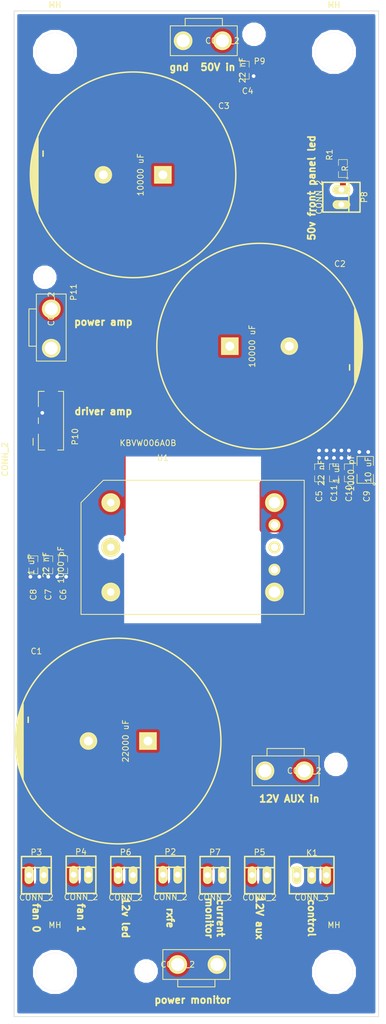
<source format=kicad_pcb>
(kicad_pcb (version 3) (host pcbnew "(2014-03-19 BZR 4756)-product")

  (general
    (links 52)
    (no_connects 0)
    (area 78.689999 15.189999 141.020001 186.740001)
    (thickness 1.6)
    (drawings 22)
    (tracks 71)
    (zones 0)
    (modules 30)
    (nets 5)
  )

  (page A3)
  (layers
    (15 F.Cu signal)
    (0 B.Cu signal)
    (16 B.Adhes user)
    (17 F.Adhes user)
    (18 B.Paste user)
    (19 F.Paste user)
    (20 B.SilkS user)
    (21 F.SilkS user)
    (22 B.Mask user)
    (23 F.Mask user)
    (24 Dwgs.User user)
    (25 Cmts.User user)
    (26 Eco1.User user)
    (27 Eco2.User user)
    (28 Edge.Cuts user)
  )

  (setup
    (last_trace_width 1)
    (user_trace_width 1)
    (trace_clearance 0.254)
    (zone_clearance 1)
    (zone_45_only no)
    (trace_min 0.254)
    (segment_width 0.2)
    (edge_width 0.1)
    (via_size 0.889)
    (via_drill 0.635)
    (via_min_size 0.889)
    (via_min_drill 0.508)
    (uvia_size 0.508)
    (uvia_drill 0.127)
    (uvias_allowed no)
    (uvia_min_size 0.508)
    (uvia_min_drill 0.127)
    (pcb_text_width 0.3)
    (pcb_text_size 1.5 1.5)
    (mod_edge_width 0.15)
    (mod_text_size 1 1)
    (mod_text_width 0.15)
    (pad_size 3.2 3.2)
    (pad_drill 1.9304)
    (pad_to_mask_clearance 0)
    (aux_axis_origin 0 0)
    (grid_origin 135.89 94.9325)
    (visible_elements FFFEFF7F)
    (pcbplotparams
      (layerselection 3178497)
      (usegerberextensions true)
      (excludeedgelayer true)
      (linewidth 0.150000)
      (plotframeref false)
      (viasonmask false)
      (mode 1)
      (useauxorigin false)
      (hpglpennumber 1)
      (hpglpenspeed 20)
      (hpglpendiameter 15)
      (hpglpenoverlay 2)
      (psnegative false)
      (psa4output false)
      (plotreference true)
      (plotvalue true)
      (plotothertext true)
      (plotinvisibletext false)
      (padsonsilk false)
      (subtractmaskfromsilk false)
      (outputformat 1)
      (mirror false)
      (drillshape 1)
      (scaleselection 1)
      (outputdirectory ""))
  )

  (net 0 "")
  (net 1 +12V)
  (net 2 GND)
  (net 3 VCC)
  (net 4 "Net-(P8-Pad1)")

  (net_class Default "This is the default net class."
    (clearance 0.254)
    (trace_width 0.254)
    (via_dia 0.889)
    (via_drill 0.635)
    (uvia_dia 0.508)
    (uvia_drill 0.127)
    (add_net +12V)
    (add_net GND)
    (add_net "Net-(P8-Pad1)")
    (add_net VCC)
  )

  (module Capacitors_ThroughHole:Capacitor35x51RM10 (layer F.Cu) (tedit 5409EE01) (tstamp 5408EB1F)
    (at 96.52 139.7 90)
    (descr "Capacitor, pol, cyl 35x51mm")
    (path /5408CCB4)
    (fp_text reference C1 (at 15.3035 -13.97 180) (layer F.SilkS)
      (effects (font (size 1 1) (thickness 0.15)))
    )
    (fp_text value "22000 uF" (at 0 1.27 90) (layer F.SilkS)
      (effects (font (size 1 1) (thickness 0.15)))
    )
    (fp_line (start 6.35 -16.256) (end -6.35 -16.256) (layer F.SilkS) (width 0.254))
    (fp_line (start -6.35 -16.256) (end -5.334 -16.51) (layer F.SilkS) (width 0.254))
    (fp_line (start -5.334 -16.51) (end 5.842 -16.51) (layer F.SilkS) (width 0.254))
    (fp_line (start 5.842 -16.51) (end 4.826 -16.764) (layer F.SilkS) (width 0.254))
    (fp_line (start 4.826 -16.764) (end -4.826 -16.764) (layer F.SilkS) (width 0.254))
    (fp_line (start -4.826 -16.764) (end -5.08 -16.51) (layer F.SilkS) (width 0.254))
    (fp_line (start -5.08 -16.51) (end -3.81 -17.018) (layer F.SilkS) (width 0.254))
    (fp_line (start -3.81 -17.018) (end 3.556 -17.018) (layer F.SilkS) (width 0.254))
    (fp_line (start 3.556 -17.018) (end 4.318 -16.764) (layer F.SilkS) (width 0.254))
    (fp_line (start 4.318 -16.764) (end 2.794 -17.272) (layer F.SilkS) (width 0.254))
    (fp_line (start 2.794 -17.272) (end -2.286 -17.272) (layer F.SilkS) (width 0.254))
    (fp_line (start -2.286 -17.272) (end -3.048 -17.018) (layer F.SilkS) (width 0.254))
    (fp_circle (center 0 0) (end 17.526 0.508) (layer F.SilkS) (width 0.254))
    (fp_line (start 3.175 -15.367) (end 4.064 -15.367) (layer F.SilkS) (width 0.254))
    (pad 1 thru_hole rect (at 0 5.08 90) (size 2.99974 2.99974) (drill 1.50114) (layers *.Cu *.Mask F.SilkS)
      (net 1 +12V))
    (pad 2 thru_hole circle (at 0 -5.08 90) (size 2.99974 2.99974) (drill 1.50114) (layers *.Cu *.Mask F.SilkS)
      (net 2 GND))
    (model discret/Capacitor/cp_35x51mm.wrl
      (at (xyz 0 0 0))
      (scale (xyz 1 1 1))
      (rotate (xyz 0 0 0))
    )
  )

  (module Capacitors_ThroughHole:Capacitor35x51RM10 (layer F.Cu) (tedit 5409EE06) (tstamp 5408EB33)
    (at 120.65 72.39 270)
    (descr "Capacitor, pol, cyl 35x51mm")
    (path /5408CCF7)
    (fp_text reference C2 (at -14.0335 -13.716 360) (layer F.SilkS)
      (effects (font (size 1 1) (thickness 0.15)))
    )
    (fp_text value "10000 uF" (at 0 1.27 270) (layer F.SilkS)
      (effects (font (size 1 1) (thickness 0.15)))
    )
    (fp_line (start 6.35 -16.256) (end -6.35 -16.256) (layer F.SilkS) (width 0.254))
    (fp_line (start -6.35 -16.256) (end -5.334 -16.51) (layer F.SilkS) (width 0.254))
    (fp_line (start -5.334 -16.51) (end 5.842 -16.51) (layer F.SilkS) (width 0.254))
    (fp_line (start 5.842 -16.51) (end 4.826 -16.764) (layer F.SilkS) (width 0.254))
    (fp_line (start 4.826 -16.764) (end -4.826 -16.764) (layer F.SilkS) (width 0.254))
    (fp_line (start -4.826 -16.764) (end -5.08 -16.51) (layer F.SilkS) (width 0.254))
    (fp_line (start -5.08 -16.51) (end -3.81 -17.018) (layer F.SilkS) (width 0.254))
    (fp_line (start -3.81 -17.018) (end 3.556 -17.018) (layer F.SilkS) (width 0.254))
    (fp_line (start 3.556 -17.018) (end 4.318 -16.764) (layer F.SilkS) (width 0.254))
    (fp_line (start 4.318 -16.764) (end 2.794 -17.272) (layer F.SilkS) (width 0.254))
    (fp_line (start 2.794 -17.272) (end -2.286 -17.272) (layer F.SilkS) (width 0.254))
    (fp_line (start -2.286 -17.272) (end -3.048 -17.018) (layer F.SilkS) (width 0.254))
    (fp_circle (center 0 0) (end 17.526 0.508) (layer F.SilkS) (width 0.254))
    (fp_line (start 3.175 -15.367) (end 4.064 -15.367) (layer F.SilkS) (width 0.254))
    (pad 1 thru_hole rect (at 0 5.08 270) (size 2.99974 2.99974) (drill 1.50114) (layers *.Cu *.Mask F.SilkS)
      (net 3 VCC))
    (pad 2 thru_hole circle (at 0 -5.08 270) (size 2.99974 2.99974) (drill 1.50114) (layers *.Cu *.Mask F.SilkS)
      (net 2 GND))
    (model discret/Capacitor/cp_35x51mm.wrl
      (at (xyz 0 0 0))
      (scale (xyz 1 1 1))
      (rotate (xyz 0 0 0))
    )
  )

  (module Capacitors_ThroughHole:Capacitor35x51RM10 (layer F.Cu) (tedit 5409EE0A) (tstamp 5408EB47)
    (at 99.06 43.18 90)
    (descr "Capacitor, pol, cyl 35x51mm")
    (path /5408D703)
    (fp_text reference C3 (at 11.7475 15.494 180) (layer F.SilkS)
      (effects (font (size 1 1) (thickness 0.15)))
    )
    (fp_text value "10000 uF" (at 0 1.27 90) (layer F.SilkS)
      (effects (font (size 1 1) (thickness 0.15)))
    )
    (fp_line (start 6.35 -16.256) (end -6.35 -16.256) (layer F.SilkS) (width 0.254))
    (fp_line (start -6.35 -16.256) (end -5.334 -16.51) (layer F.SilkS) (width 0.254))
    (fp_line (start -5.334 -16.51) (end 5.842 -16.51) (layer F.SilkS) (width 0.254))
    (fp_line (start 5.842 -16.51) (end 4.826 -16.764) (layer F.SilkS) (width 0.254))
    (fp_line (start 4.826 -16.764) (end -4.826 -16.764) (layer F.SilkS) (width 0.254))
    (fp_line (start -4.826 -16.764) (end -5.08 -16.51) (layer F.SilkS) (width 0.254))
    (fp_line (start -5.08 -16.51) (end -3.81 -17.018) (layer F.SilkS) (width 0.254))
    (fp_line (start -3.81 -17.018) (end 3.556 -17.018) (layer F.SilkS) (width 0.254))
    (fp_line (start 3.556 -17.018) (end 4.318 -16.764) (layer F.SilkS) (width 0.254))
    (fp_line (start 4.318 -16.764) (end 2.794 -17.272) (layer F.SilkS) (width 0.254))
    (fp_line (start 2.794 -17.272) (end -2.286 -17.272) (layer F.SilkS) (width 0.254))
    (fp_line (start -2.286 -17.272) (end -3.048 -17.018) (layer F.SilkS) (width 0.254))
    (fp_circle (center 0 0) (end 17.526 0.508) (layer F.SilkS) (width 0.254))
    (fp_line (start 3.175 -15.367) (end 4.064 -15.367) (layer F.SilkS) (width 0.254))
    (pad 1 thru_hole rect (at 0 5.08 90) (size 2.99974 2.99974) (drill 1.50114) (layers *.Cu *.Mask F.SilkS)
      (net 3 VCC))
    (pad 2 thru_hole circle (at 0 -5.08 90) (size 2.99974 2.99974) (drill 1.50114) (layers *.Cu *.Mask F.SilkS)
      (net 2 GND))
    (model discret/Capacitor/cp_35x51mm.wrl
      (at (xyz 0 0 0))
      (scale (xyz 1 1 1))
      (rotate (xyz 0 0 0))
    )
  )

  (module Connect:PINHEAD1-3 (layer F.Cu) (tedit 5408EA7C) (tstamp 5408EB53)
    (at 129.54 162.56)
    (path /5408CC8C)
    (attr virtual)
    (fp_text reference K1 (at 0.05 -3.8) (layer F.SilkS)
      (effects (font (size 1 1) (thickness 0.15)))
    )
    (fp_text value CONN_3 (at 0 3.81) (layer F.SilkS)
      (effects (font (size 1 1) (thickness 0.15)))
    )
    (fp_line (start -3.81 -3.175) (end -3.81 3.175) (layer F.SilkS) (width 0.254))
    (fp_line (start 3.81 -3.175) (end 3.81 3.175) (layer F.SilkS) (width 0.254))
    (fp_line (start 3.81 -1.27) (end -3.81 -1.27) (layer F.SilkS) (width 0.254))
    (fp_line (start -3.81 -3.175) (end 3.81 -3.175) (layer F.SilkS) (width 0.254))
    (fp_line (start 3.81 3.175) (end -3.81 3.175) (layer F.SilkS) (width 0.254))
    (pad 1 thru_hole oval (at -2.54 0) (size 1.50622 3.01498) (drill 0.99822) (layers *.Cu *.Mask F.SilkS))
    (pad 2 thru_hole oval (at 0 0) (size 1.50622 3.01498) (drill 0.99822) (layers *.Cu *.Mask F.SilkS)
      (net 2 GND))
    (pad 3 thru_hole oval (at 2.54 0) (size 1.50622 3.01498) (drill 0.99822) (layers *.Cu *.Mask F.SilkS)
      (net 1 +12V))
  )

  (module local:0015311026 (layer F.Cu) (tedit 5408EA70) (tstamp 5408EB61)
    (at 106.68 177.8 180)
    (path /5408CE31)
    (fp_text reference P1 (at 0 0 180) (layer F.SilkS)
      (effects (font (size 1 1) (thickness 0.15)))
    )
    (fp_text value CONN_2 (at 0 0 180) (layer F.SilkS)
      (effects (font (size 1 1) (thickness 0.15)))
    )
    (fp_line (start -6.35 -2.54) (end -6.35 -3.81) (layer F.SilkS) (width 0.15))
    (fp_line (start -6.35 -3.81) (end 0 -3.81) (layer F.SilkS) (width 0.15))
    (fp_line (start 0 -3.81) (end 0 -2.54) (layer F.SilkS) (width 0.15))
    (fp_line (start -8.89 -2.54) (end -8.89 2.54) (layer F.SilkS) (width 0.15))
    (fp_line (start -8.89 2.54) (end 2.54 2.54) (layer F.SilkS) (width 0.15))
    (fp_line (start 2.54 2.54) (end 2.54 -2.54) (layer F.SilkS) (width 0.15))
    (fp_line (start 2.54 -2.54) (end -8.89 -2.54) (layer F.SilkS) (width 0.15))
    (pad 2 thru_hole circle (at 0 0 180) (size 3.2 3.2) (drill 2.2) (layers *.Cu *.Mask F.SilkS)
      (net 1 +12V))
    (pad 1 thru_hole circle (at -6.7 0 180) (size 3.2 3.2) (drill 2.2) (layers *.Cu *.Mask F.SilkS)
      (net 2 GND))
    (pad 3 thru_hole circle (at 5.4 -1.1 180) (size 3 3) (drill 3) (layers *.Cu *.Mask F.SilkS))
  )

  (module Connect:PINHEAD1-2 (layer F.Cu) (tedit 5408EA7C) (tstamp 5408EB6C)
    (at 105.41 162.4965)
    (path /5408CD5B)
    (attr virtual)
    (fp_text reference P2 (at 0 -3.9) (layer F.SilkS)
      (effects (font (size 1 1) (thickness 0.15)))
    )
    (fp_text value CONN_2 (at 0 3.81) (layer F.SilkS)
      (effects (font (size 1 1) (thickness 0.15)))
    )
    (fp_line (start 2.54 -1.27) (end -2.54 -1.27) (layer F.SilkS) (width 0.254))
    (fp_line (start 2.54 3.175) (end -2.54 3.175) (layer F.SilkS) (width 0.254))
    (fp_line (start -2.54 -3.175) (end 2.54 -3.175) (layer F.SilkS) (width 0.254))
    (fp_line (start -2.54 -3.175) (end -2.54 3.175) (layer F.SilkS) (width 0.254))
    (fp_line (start 2.54 -3.175) (end 2.54 3.175) (layer F.SilkS) (width 0.254))
    (pad 1 thru_hole oval (at -1.27 0) (size 1.50622 3.01498) (drill 0.99822) (layers *.Cu *.Mask F.SilkS)
      (net 1 +12V))
    (pad 2 thru_hole oval (at 1.27 0) (size 1.50622 3.01498) (drill 0.99822) (layers *.Cu *.Mask F.SilkS)
      (net 2 GND))
  )

  (module Connect:PINHEAD1-2 (layer F.Cu) (tedit 5408EA7C) (tstamp 5408EB77)
    (at 82.55 162.56)
    (path /5408CDD7)
    (attr virtual)
    (fp_text reference P3 (at 0 -3.9) (layer F.SilkS)
      (effects (font (size 1 1) (thickness 0.15)))
    )
    (fp_text value CONN_2 (at 0 3.81) (layer F.SilkS)
      (effects (font (size 1 1) (thickness 0.15)))
    )
    (fp_line (start 2.54 -1.27) (end -2.54 -1.27) (layer F.SilkS) (width 0.254))
    (fp_line (start 2.54 3.175) (end -2.54 3.175) (layer F.SilkS) (width 0.254))
    (fp_line (start -2.54 -3.175) (end 2.54 -3.175) (layer F.SilkS) (width 0.254))
    (fp_line (start -2.54 -3.175) (end -2.54 3.175) (layer F.SilkS) (width 0.254))
    (fp_line (start 2.54 -3.175) (end 2.54 3.175) (layer F.SilkS) (width 0.254))
    (pad 1 thru_hole oval (at -1.27 0) (size 1.50622 3.01498) (drill 0.99822) (layers *.Cu *.Mask F.SilkS)
      (net 1 +12V))
    (pad 2 thru_hole oval (at 1.27 0) (size 1.50622 3.01498) (drill 0.99822) (layers *.Cu *.Mask F.SilkS)
      (net 2 GND))
  )

  (module Connect:PINHEAD1-2 (layer F.Cu) (tedit 5408EA7C) (tstamp 5409EDA3)
    (at 90.17 162.4965)
    (path /5408CDED)
    (attr virtual)
    (fp_text reference P4 (at 0 -3.9) (layer F.SilkS)
      (effects (font (size 1 1) (thickness 0.15)))
    )
    (fp_text value CONN_2 (at 0 3.81) (layer F.SilkS)
      (effects (font (size 1 1) (thickness 0.15)))
    )
    (fp_line (start 2.54 -1.27) (end -2.54 -1.27) (layer F.SilkS) (width 0.254))
    (fp_line (start 2.54 3.175) (end -2.54 3.175) (layer F.SilkS) (width 0.254))
    (fp_line (start -2.54 -3.175) (end 2.54 -3.175) (layer F.SilkS) (width 0.254))
    (fp_line (start -2.54 -3.175) (end -2.54 3.175) (layer F.SilkS) (width 0.254))
    (fp_line (start 2.54 -3.175) (end 2.54 3.175) (layer F.SilkS) (width 0.254))
    (pad 1 thru_hole oval (at -1.27 0) (size 1.50622 3.01498) (drill 0.99822) (layers *.Cu *.Mask F.SilkS)
      (net 1 +12V))
    (pad 2 thru_hole oval (at 1.27 0) (size 1.50622 3.01498) (drill 0.99822) (layers *.Cu *.Mask F.SilkS)
      (net 2 GND))
  )

  (module Connect:PINHEAD1-2 (layer F.Cu) (tedit 5408EA7C) (tstamp 5408EB8D)
    (at 120.65 162.56)
    (path /5408CE0A)
    (attr virtual)
    (fp_text reference P5 (at 0 -3.9) (layer F.SilkS)
      (effects (font (size 1 1) (thickness 0.15)))
    )
    (fp_text value CONN_2 (at 0 3.81) (layer F.SilkS)
      (effects (font (size 1 1) (thickness 0.15)))
    )
    (fp_line (start 2.54 -1.27) (end -2.54 -1.27) (layer F.SilkS) (width 0.254))
    (fp_line (start 2.54 3.175) (end -2.54 3.175) (layer F.SilkS) (width 0.254))
    (fp_line (start -2.54 -3.175) (end 2.54 -3.175) (layer F.SilkS) (width 0.254))
    (fp_line (start -2.54 -3.175) (end -2.54 3.175) (layer F.SilkS) (width 0.254))
    (fp_line (start 2.54 -3.175) (end 2.54 3.175) (layer F.SilkS) (width 0.254))
    (pad 1 thru_hole oval (at -1.27 0) (size 1.50622 3.01498) (drill 0.99822) (layers *.Cu *.Mask F.SilkS)
      (net 1 +12V))
    (pad 2 thru_hole oval (at 1.27 0) (size 1.50622 3.01498) (drill 0.99822) (layers *.Cu *.Mask F.SilkS)
      (net 2 GND))
  )

  (module Connect:PINHEAD1-2 (layer F.Cu) (tedit 5408EA7C) (tstamp 5408EB98)
    (at 97.79 162.56)
    (path /5408CE6E)
    (attr virtual)
    (fp_text reference P6 (at 0 -3.9) (layer F.SilkS)
      (effects (font (size 1 1) (thickness 0.15)))
    )
    (fp_text value CONN_2 (at 0 3.81) (layer F.SilkS)
      (effects (font (size 1 1) (thickness 0.15)))
    )
    (fp_line (start 2.54 -1.27) (end -2.54 -1.27) (layer F.SilkS) (width 0.254))
    (fp_line (start 2.54 3.175) (end -2.54 3.175) (layer F.SilkS) (width 0.254))
    (fp_line (start -2.54 -3.175) (end 2.54 -3.175) (layer F.SilkS) (width 0.254))
    (fp_line (start -2.54 -3.175) (end -2.54 3.175) (layer F.SilkS) (width 0.254))
    (fp_line (start 2.54 -3.175) (end 2.54 3.175) (layer F.SilkS) (width 0.254))
    (pad 1 thru_hole oval (at -1.27 0) (size 1.50622 3.01498) (drill 0.99822) (layers *.Cu *.Mask F.SilkS)
      (net 1 +12V))
    (pad 2 thru_hole oval (at 1.27 0) (size 1.50622 3.01498) (drill 0.99822) (layers *.Cu *.Mask F.SilkS)
      (net 2 GND))
  )

  (module Connect:PINHEAD1-2 (layer F.Cu) (tedit 5408EA7C) (tstamp 5408EBA3)
    (at 113.03 162.56)
    (path /5408CE86)
    (attr virtual)
    (fp_text reference P7 (at 0 -3.9) (layer F.SilkS)
      (effects (font (size 1 1) (thickness 0.15)))
    )
    (fp_text value CONN_2 (at 0 3.81) (layer F.SilkS)
      (effects (font (size 1 1) (thickness 0.15)))
    )
    (fp_line (start 2.54 -1.27) (end -2.54 -1.27) (layer F.SilkS) (width 0.254))
    (fp_line (start 2.54 3.175) (end -2.54 3.175) (layer F.SilkS) (width 0.254))
    (fp_line (start -2.54 -3.175) (end 2.54 -3.175) (layer F.SilkS) (width 0.254))
    (fp_line (start -2.54 -3.175) (end -2.54 3.175) (layer F.SilkS) (width 0.254))
    (fp_line (start 2.54 -3.175) (end 2.54 3.175) (layer F.SilkS) (width 0.254))
    (pad 1 thru_hole oval (at -1.27 0) (size 1.50622 3.01498) (drill 0.99822) (layers *.Cu *.Mask F.SilkS)
      (net 1 +12V))
    (pad 2 thru_hole oval (at 1.27 0) (size 1.50622 3.01498) (drill 0.99822) (layers *.Cu *.Mask F.SilkS)
      (net 2 GND))
  )

  (module Connect:PINHEAD1-2 (layer F.Cu) (tedit 5408EA7C) (tstamp 5408EBAE)
    (at 134.62 46.99 270)
    (path /5408CFDA)
    (attr virtual)
    (fp_text reference P8 (at 0 -3.9 270) (layer F.SilkS)
      (effects (font (size 1 1) (thickness 0.15)))
    )
    (fp_text value CONN_2 (at 0 3.81 270) (layer F.SilkS)
      (effects (font (size 1 1) (thickness 0.15)))
    )
    (fp_line (start 2.54 -1.27) (end -2.54 -1.27) (layer F.SilkS) (width 0.254))
    (fp_line (start 2.54 3.175) (end -2.54 3.175) (layer F.SilkS) (width 0.254))
    (fp_line (start -2.54 -3.175) (end 2.54 -3.175) (layer F.SilkS) (width 0.254))
    (fp_line (start -2.54 -3.175) (end -2.54 3.175) (layer F.SilkS) (width 0.254))
    (fp_line (start 2.54 -3.175) (end 2.54 3.175) (layer F.SilkS) (width 0.254))
    (pad 1 thru_hole oval (at -1.27 0 270) (size 1.50622 3.01498) (drill 0.99822) (layers *.Cu *.Mask F.SilkS)
      (net 4 "Net-(P8-Pad1)"))
    (pad 2 thru_hole oval (at 1.27 0 270) (size 1.50622 3.01498) (drill 0.99822) (layers *.Cu *.Mask F.SilkS)
      (net 2 GND))
  )

  (module local:0015311026 (layer F.Cu) (tedit 5409ECFC) (tstamp 5408EBBC)
    (at 114.3 20.32)
    (path /5408D565)
    (fp_text reference P9 (at 6.35 3.4925) (layer F.SilkS)
      (effects (font (size 1 1) (thickness 0.15)))
    )
    (fp_text value CONN_2 (at 0 0) (layer F.SilkS)
      (effects (font (size 1 1) (thickness 0.15)))
    )
    (fp_line (start -6.35 -2.54) (end -6.35 -3.81) (layer F.SilkS) (width 0.15))
    (fp_line (start -6.35 -3.81) (end 0 -3.81) (layer F.SilkS) (width 0.15))
    (fp_line (start 0 -3.81) (end 0 -2.54) (layer F.SilkS) (width 0.15))
    (fp_line (start -8.89 -2.54) (end -8.89 2.54) (layer F.SilkS) (width 0.15))
    (fp_line (start -8.89 2.54) (end 2.54 2.54) (layer F.SilkS) (width 0.15))
    (fp_line (start 2.54 2.54) (end 2.54 -2.54) (layer F.SilkS) (width 0.15))
    (fp_line (start 2.54 -2.54) (end -8.89 -2.54) (layer F.SilkS) (width 0.15))
    (pad 2 thru_hole circle (at 0 0) (size 3.2 3.2) (drill 2.2) (layers *.Cu *.Mask F.SilkS)
      (net 3 VCC))
    (pad 1 thru_hole circle (at -6.7 0) (size 3.2 3.2) (drill 2.2) (layers *.Cu *.Mask F.SilkS)
      (net 2 GND))
    (pad 3 thru_hole circle (at 5.4 -1.1) (size 3 3) (drill 3) (layers *.Cu *.Mask F.SilkS))
  )

  (module local:2-1445053-2 (layer F.Cu) (tedit 54090519) (tstamp 5408EBD0)
    (at 85.09 85.09 90)
    (path /5408CFC1)
    (fp_text reference P10 (at -2.7305 4.064 90) (layer F.SilkS)
      (effects (font (size 1 1) (thickness 0.15)))
    )
    (fp_text value CONN_2 (at -6.6 -7.9 90) (layer F.SilkS)
      (effects (font (size 1 1) (thickness 0.15)))
    )
    (fp_line (start -4.2 -3.1) (end -3 -3.1) (layer F.SilkS) (width 0.15))
    (fp_line (start -2.3 -2.2) (end -5 -2.2) (layer F.SilkS) (width 0.15))
    (fp_line (start -5 -2.2) (end -5 -1.1) (layer F.SilkS) (width 0.15))
    (fp_line (start -0.3 -2.2) (end -0.5 -2.2) (layer F.SilkS) (width 0.15))
    (fp_line (start -0.3 -2.2) (end -0.4 -2.2) (layer F.SilkS) (width 0.15))
    (fp_line (start 0.5 -2.2) (end -0.4 -2.2) (layer F.SilkS) (width 0.15))
    (fp_line (start 5 -1.2) (end 5 -2.2) (layer F.SilkS) (width 0.15))
    (fp_line (start 5 -2.2) (end 2.4 -2.2) (layer F.SilkS) (width 0.15))
    (fp_line (start -5 1.1) (end -5 1.6) (layer F.SilkS) (width 0.15))
    (fp_line (start -5 1.6) (end -5 2.1) (layer F.SilkS) (width 0.15))
    (fp_line (start -5 2.1) (end 5 2.1) (layer F.SilkS) (width 0.15))
    (fp_line (start 5 2.1) (end 5 1.2) (layer F.SilkS) (width 0.15))
    (pad 4 smd rect (at 5.2 0 90) (size 3.43 1.65) (layers F.Cu F.Paste F.Mask))
    (pad 3 smd rect (at -5.2 0 90) (size 3.43 1.65) (layers F.Cu F.Paste F.Mask))
    (pad 1 smd rect (at -1.435 -3.2 90) (size 1.27 2.54) (layers F.Cu F.Paste F.Mask)
      (net 3 VCC))
    (pad 2 smd rect (at 1.435 -3.2 90) (size 1.27 2.54) (layers F.Cu F.Paste F.Mask)
      (net 2 GND))
  )

  (module local:0015311026 (layer F.Cu) (tedit 5409ED33) (tstamp 5408EBDE)
    (at 85.09 66.04 90)
    (path /5408CFA4)
    (fp_text reference P11 (at 2.8575 3.81 90) (layer F.SilkS)
      (effects (font (size 1 1) (thickness 0.15)))
    )
    (fp_text value CONN_2 (at 0 0 90) (layer F.SilkS)
      (effects (font (size 1 1) (thickness 0.15)))
    )
    (fp_line (start -6.35 -2.54) (end -6.35 -3.81) (layer F.SilkS) (width 0.15))
    (fp_line (start -6.35 -3.81) (end 0 -3.81) (layer F.SilkS) (width 0.15))
    (fp_line (start 0 -3.81) (end 0 -2.54) (layer F.SilkS) (width 0.15))
    (fp_line (start -8.89 -2.54) (end -8.89 2.54) (layer F.SilkS) (width 0.15))
    (fp_line (start -8.89 2.54) (end 2.54 2.54) (layer F.SilkS) (width 0.15))
    (fp_line (start 2.54 2.54) (end 2.54 -2.54) (layer F.SilkS) (width 0.15))
    (fp_line (start 2.54 -2.54) (end -8.89 -2.54) (layer F.SilkS) (width 0.15))
    (pad 2 thru_hole circle (at 0 0 90) (size 3.2 3.2) (drill 2.2) (layers *.Cu *.Mask F.SilkS)
      (net 3 VCC))
    (pad 1 thru_hole circle (at -6.7 0 90) (size 3.2 3.2) (drill 2.2) (layers *.Cu *.Mask F.SilkS)
      (net 2 GND))
    (pad 3 thru_hole circle (at 5.4 -1.1 90) (size 3 3) (drill 3) (layers *.Cu *.Mask F.SilkS))
  )

  (module SMD_Packages:SMD-0805 (layer F.Cu) (tedit 540904E4) (tstamp 5408EBEB)
    (at 134.874 42.1005 90)
    (path /5408D17F)
    (attr smd)
    (fp_text reference R1 (at 2.3495 -2.286 90) (layer F.SilkS)
      (effects (font (size 1 1) (thickness 0.15)))
    )
    (fp_text value R (at 0 0.381 90) (layer F.SilkS)
      (effects (font (size 1 1) (thickness 0.15)))
    )
    (fp_circle (center -1.651 0.762) (end -1.651 0.635) (layer F.SilkS) (width 0.09906))
    (fp_line (start -0.508 0.762) (end -1.524 0.762) (layer F.SilkS) (width 0.09906))
    (fp_line (start -1.524 0.762) (end -1.524 -0.762) (layer F.SilkS) (width 0.09906))
    (fp_line (start -1.524 -0.762) (end -0.508 -0.762) (layer F.SilkS) (width 0.09906))
    (fp_line (start 0.508 -0.762) (end 1.524 -0.762) (layer F.SilkS) (width 0.09906))
    (fp_line (start 1.524 -0.762) (end 1.524 0.762) (layer F.SilkS) (width 0.09906))
    (fp_line (start 1.524 0.762) (end 0.508 0.762) (layer F.SilkS) (width 0.09906))
    (pad 1 smd rect (at -0.9525 0 90) (size 0.889 1.397) (layers F.Cu F.Paste F.Mask)
      (net 4 "Net-(P8-Pad1)"))
    (pad 2 smd rect (at 0.9525 0 90) (size 0.889 1.397) (layers F.Cu F.Paste F.Mask)
      (net 3 VCC))
    (model smd/chip_cms.wrl
      (at (xyz 0 0 0))
      (scale (xyz 0.1 0.1 0.1))
      (rotate (xyz 0 0 0))
    )
  )

  (module SMD_Packages:SMD-0805 (layer F.Cu) (tedit 5409F763) (tstamp 5408EC94)
    (at 118.11 25.3365 270)
    (path /5408E164)
    (attr smd)
    (fp_text reference C4 (at 3.556 -0.508 360) (layer F.SilkS)
      (effects (font (size 1 1) (thickness 0.15)))
    )
    (fp_text value "22 nF" (at 0 0.381 270) (layer F.SilkS)
      (effects (font (size 1 1) (thickness 0.15)))
    )
    (fp_circle (center -1.651 0.762) (end -1.651 0.635) (layer F.SilkS) (width 0.09906))
    (fp_line (start -0.508 0.762) (end -1.524 0.762) (layer F.SilkS) (width 0.09906))
    (fp_line (start -1.524 0.762) (end -1.524 -0.762) (layer F.SilkS) (width 0.09906))
    (fp_line (start -1.524 -0.762) (end -0.508 -0.762) (layer F.SilkS) (width 0.09906))
    (fp_line (start 0.508 -0.762) (end 1.524 -0.762) (layer F.SilkS) (width 0.09906))
    (fp_line (start 1.524 -0.762) (end 1.524 0.762) (layer F.SilkS) (width 0.09906))
    (fp_line (start 1.524 0.762) (end 0.508 0.762) (layer F.SilkS) (width 0.09906))
    (pad 1 smd rect (at -0.9525 0 270) (size 0.889 1.397) (layers F.Cu F.Paste F.Mask)
      (net 3 VCC))
    (pad 2 smd rect (at 0.9525 0 270) (size 0.889 1.397) (layers F.Cu F.Paste F.Mask)
      (net 2 GND))
    (model smd/chip_cms.wrl
      (at (xyz 0 0 0))
      (scale (xyz 0.1 0.1 0.1))
      (rotate (xyz 0 0 0))
    )
  )

  (module SMD_Packages:SMD-0805 (layer F.Cu) (tedit 5409051F) (tstamp 5408ECA1)
    (at 130.81 93.98 90)
    (path /5408E176)
    (attr smd)
    (fp_text reference C5 (at -4.0005 0 90) (layer F.SilkS)
      (effects (font (size 1 1) (thickness 0.15)))
    )
    (fp_text value "22 nF" (at 0 0.381 90) (layer F.SilkS)
      (effects (font (size 1 1) (thickness 0.15)))
    )
    (fp_circle (center -1.651 0.762) (end -1.651 0.635) (layer F.SilkS) (width 0.09906))
    (fp_line (start -0.508 0.762) (end -1.524 0.762) (layer F.SilkS) (width 0.09906))
    (fp_line (start -1.524 0.762) (end -1.524 -0.762) (layer F.SilkS) (width 0.09906))
    (fp_line (start -1.524 -0.762) (end -0.508 -0.762) (layer F.SilkS) (width 0.09906))
    (fp_line (start 0.508 -0.762) (end 1.524 -0.762) (layer F.SilkS) (width 0.09906))
    (fp_line (start 1.524 -0.762) (end 1.524 0.762) (layer F.SilkS) (width 0.09906))
    (fp_line (start 1.524 0.762) (end 0.508 0.762) (layer F.SilkS) (width 0.09906))
    (pad 1 smd rect (at -0.9525 0 90) (size 0.889 1.397) (layers F.Cu F.Paste F.Mask)
      (net 1 +12V))
    (pad 2 smd rect (at 0.9525 0 90) (size 0.889 1.397) (layers F.Cu F.Paste F.Mask)
      (net 2 GND))
    (model smd/chip_cms.wrl
      (at (xyz 0 0 0))
      (scale (xyz 0.1 0.1 0.1))
      (rotate (xyz 0 0 0))
    )
  )

  (module Mounting_Holes:MountingHole_6-5mm (layer F.Cu) (tedit 5408ED3E) (tstamp 5408F13F)
    (at 133.35 179.07)
    (descr "Mounting hole, Befestigungsbohrung, 6,5mm, No Annular, Kein Restring,")
    (tags "Mounting hole, Befestigungsbohrung, 6,5mm, No Annular, Kein Restring,")
    (fp_text reference MH (at 0 -8.001) (layer F.SilkS)
      (effects (font (size 1 1) (thickness 0.15)))
    )
    (fp_text value MountingHole_6-5mm_RevA_Date21Jun2010 (at 1.00076 8.001) (layer F.SilkS) hide
      (effects (font (size 1 1) (thickness 0.15)))
    )
    (fp_circle (center 0 0) (end 6.49986 0) (layer Cmts.User) (width 0.381))
    (pad 1 thru_hole circle (at 0 0) (size 6.49986 6.49986) (drill 6.49986) (layers))
  )

  (module Mounting_Holes:MountingHole_6-5mm (layer F.Cu) (tedit 5408ED45) (tstamp 5408F145)
    (at 85.725 179.07)
    (descr "Mounting hole, Befestigungsbohrung, 6,5mm, No Annular, Kein Restring,")
    (tags "Mounting hole, Befestigungsbohrung, 6,5mm, No Annular, Kein Restring,")
    (fp_text reference MH (at 0 -8.001) (layer F.SilkS)
      (effects (font (size 1 1) (thickness 0.15)))
    )
    (fp_text value MountingHole_6-5mm_RevA_Date21Jun2010 (at 1.00076 8.001) (layer F.SilkS) hide
      (effects (font (size 1 1) (thickness 0.15)))
    )
    (fp_circle (center 0 0) (end 6.49986 0) (layer Cmts.User) (width 0.381))
    (pad 1 thru_hole circle (at 0 0) (size 6.49986 6.49986) (drill 6.49986) (layers))
  )

  (module Mounting_Holes:MountingHole_6-5mm (layer F.Cu) (tedit 5408ED48) (tstamp 5408F14B)
    (at 133.35 22.225)
    (descr "Mounting hole, Befestigungsbohrung, 6,5mm, No Annular, Kein Restring,")
    (tags "Mounting hole, Befestigungsbohrung, 6,5mm, No Annular, Kein Restring,")
    (fp_text reference MH (at 0 -8.001) (layer F.SilkS)
      (effects (font (size 1 1) (thickness 0.15)))
    )
    (fp_text value MountingHole_6-5mm_RevA_Date21Jun2010 (at 1.00076 8.001) (layer F.SilkS) hide
      (effects (font (size 1 1) (thickness 0.15)))
    )
    (fp_circle (center 0 0) (end 6.49986 0) (layer Cmts.User) (width 0.381))
    (pad 1 thru_hole circle (at 0 0) (size 6.49986 6.49986) (drill 6.49986) (layers))
  )

  (module Mounting_Holes:MountingHole_6-5mm (layer F.Cu) (tedit 5408ED4C) (tstamp 5408F151)
    (at 85.725 22.225)
    (descr "Mounting hole, Befestigungsbohrung, 6,5mm, No Annular, Kein Restring,")
    (tags "Mounting hole, Befestigungsbohrung, 6,5mm, No Annular, Kein Restring,")
    (fp_text reference MH (at 0 -8.001) (layer F.SilkS)
      (effects (font (size 1 1) (thickness 0.15)))
    )
    (fp_text value MountingHole_6-5mm_RevA_Date21Jun2010 (at 1.00076 8.001) (layer F.SilkS) hide
      (effects (font (size 1 1) (thickness 0.15)))
    )
    (fp_circle (center 0 0) (end 6.49986 0) (layer Cmts.User) (width 0.381))
    (pad 1 thru_hole circle (at 0 0) (size 6.49986 6.49986) (drill 6.49986) (layers))
  )

  (module SMD_Packages:SMD-0805 (layer F.Cu) (tedit 54090514) (tstamp 54090166)
    (at 87.122 109.6645 270)
    (path /5408FBB4)
    (attr smd)
    (fp_text reference C6 (at 5.08 0 270) (layer F.SilkS)
      (effects (font (size 1 1) (thickness 0.15)))
    )
    (fp_text value "1000 pF" (at 0 0.381 270) (layer F.SilkS)
      (effects (font (size 1 1) (thickness 0.15)))
    )
    (fp_circle (center -1.651 0.762) (end -1.651 0.635) (layer F.SilkS) (width 0.09906))
    (fp_line (start -0.508 0.762) (end -1.524 0.762) (layer F.SilkS) (width 0.09906))
    (fp_line (start -1.524 0.762) (end -1.524 -0.762) (layer F.SilkS) (width 0.09906))
    (fp_line (start -1.524 -0.762) (end -0.508 -0.762) (layer F.SilkS) (width 0.09906))
    (fp_line (start 0.508 -0.762) (end 1.524 -0.762) (layer F.SilkS) (width 0.09906))
    (fp_line (start 1.524 -0.762) (end 1.524 0.762) (layer F.SilkS) (width 0.09906))
    (fp_line (start 1.524 0.762) (end 0.508 0.762) (layer F.SilkS) (width 0.09906))
    (pad 1 smd rect (at -0.9525 0 270) (size 0.889 1.397) (layers F.Cu F.Paste F.Mask)
      (net 3 VCC))
    (pad 2 smd rect (at 0.9525 0 270) (size 0.889 1.397) (layers F.Cu F.Paste F.Mask)
      (net 2 GND))
    (model smd/chip_cms.wrl
      (at (xyz 0 0 0))
      (scale (xyz 0.1 0.1 0.1))
      (rotate (xyz 0 0 0))
    )
  )

  (module SMD_Packages:SMD-0805 (layer F.Cu) (tedit 54090511) (tstamp 54090173)
    (at 84.582 109.6645 270)
    (path /5408FBBF)
    (attr smd)
    (fp_text reference C7 (at 5.08 0 270) (layer F.SilkS)
      (effects (font (size 1 1) (thickness 0.15)))
    )
    (fp_text value "22 nF" (at 0 0.381 270) (layer F.SilkS)
      (effects (font (size 1 1) (thickness 0.15)))
    )
    (fp_circle (center -1.651 0.762) (end -1.651 0.635) (layer F.SilkS) (width 0.09906))
    (fp_line (start -0.508 0.762) (end -1.524 0.762) (layer F.SilkS) (width 0.09906))
    (fp_line (start -1.524 0.762) (end -1.524 -0.762) (layer F.SilkS) (width 0.09906))
    (fp_line (start -1.524 -0.762) (end -0.508 -0.762) (layer F.SilkS) (width 0.09906))
    (fp_line (start 0.508 -0.762) (end 1.524 -0.762) (layer F.SilkS) (width 0.09906))
    (fp_line (start 1.524 -0.762) (end 1.524 0.762) (layer F.SilkS) (width 0.09906))
    (fp_line (start 1.524 0.762) (end 0.508 0.762) (layer F.SilkS) (width 0.09906))
    (pad 1 smd rect (at -0.9525 0 270) (size 0.889 1.397) (layers F.Cu F.Paste F.Mask)
      (net 3 VCC))
    (pad 2 smd rect (at 0.9525 0 270) (size 0.889 1.397) (layers F.Cu F.Paste F.Mask)
      (net 2 GND))
    (model smd/chip_cms.wrl
      (at (xyz 0 0 0))
      (scale (xyz 0.1 0.1 0.1))
      (rotate (xyz 0 0 0))
    )
  )

  (module SMD_Packages:SMD-0805 (layer F.Cu) (tedit 5409050F) (tstamp 54090180)
    (at 82.042 109.6645 270)
    (path /5408FBCF)
    (attr smd)
    (fp_text reference C8 (at 5.08 0 270) (layer F.SilkS)
      (effects (font (size 1 1) (thickness 0.15)))
    )
    (fp_text value "1 uF" (at 0 0.381 270) (layer F.SilkS)
      (effects (font (size 1 1) (thickness 0.15)))
    )
    (fp_circle (center -1.651 0.762) (end -1.651 0.635) (layer F.SilkS) (width 0.09906))
    (fp_line (start -0.508 0.762) (end -1.524 0.762) (layer F.SilkS) (width 0.09906))
    (fp_line (start -1.524 0.762) (end -1.524 -0.762) (layer F.SilkS) (width 0.09906))
    (fp_line (start -1.524 -0.762) (end -0.508 -0.762) (layer F.SilkS) (width 0.09906))
    (fp_line (start 0.508 -0.762) (end 1.524 -0.762) (layer F.SilkS) (width 0.09906))
    (fp_line (start 1.524 -0.762) (end 1.524 0.762) (layer F.SilkS) (width 0.09906))
    (fp_line (start 1.524 0.762) (end 0.508 0.762) (layer F.SilkS) (width 0.09906))
    (pad 1 smd rect (at -0.9525 0 270) (size 0.889 1.397) (layers F.Cu F.Paste F.Mask)
      (net 3 VCC))
    (pad 2 smd rect (at 0.9525 0 270) (size 0.889 1.397) (layers F.Cu F.Paste F.Mask)
      (net 2 GND))
    (model smd/chip_cms.wrl
      (at (xyz 0 0 0))
      (scale (xyz 0.1 0.1 0.1))
      (rotate (xyz 0 0 0))
    )
  )

  (module SMD_Packages:SMD-1210 (layer F.Cu) (tedit 54090527) (tstamp 5409018D)
    (at 138.684 93.472 90)
    (tags "CMS SM")
    (path /5408FB7D)
    (attr smd)
    (fp_text reference C9 (at -4.5085 0.254 90) (layer F.SilkS)
      (effects (font (size 1 1) (thickness 0.15)))
    )
    (fp_text value "10 uF" (at 0 0.508 90) (layer F.SilkS)
      (effects (font (size 1 1) (thickness 0.15)))
    )
    (fp_circle (center -2.413 1.524) (end -2.286 1.397) (layer F.SilkS) (width 0.127))
    (fp_line (start -0.762 -1.397) (end -2.286 -1.397) (layer F.SilkS) (width 0.127))
    (fp_line (start -2.286 -1.397) (end -2.286 1.397) (layer F.SilkS) (width 0.127))
    (fp_line (start -2.286 1.397) (end -0.762 1.397) (layer F.SilkS) (width 0.127))
    (fp_line (start 0.762 1.397) (end 2.286 1.397) (layer F.SilkS) (width 0.127))
    (fp_line (start 2.286 1.397) (end 2.286 -1.397) (layer F.SilkS) (width 0.127))
    (fp_line (start 2.286 -1.397) (end 0.762 -1.397) (layer F.SilkS) (width 0.127))
    (pad 1 smd rect (at -1.524 0 90) (size 1.27 2.54) (layers F.Cu F.Paste F.Mask)
      (net 1 +12V))
    (pad 2 smd rect (at 1.524 0 90) (size 1.27 2.54) (layers F.Cu F.Paste F.Mask)
      (net 2 GND))
    (model smd/chip_cms.wrl
      (at (xyz 0 0 0))
      (scale (xyz 0.17 0.2 0.17))
      (rotate (xyz 0 0 0))
    )
  )

  (module SMD_Packages:SMD-0805 (layer F.Cu) (tedit 54090523) (tstamp 5409019A)
    (at 135.89 93.98 90)
    (path /5408FB8F)
    (attr smd)
    (fp_text reference C10 (at -3.4925 0 90) (layer F.SilkS)
      (effects (font (size 1 1) (thickness 0.15)))
    )
    (fp_text value "1000 pF" (at 0 0.381 90) (layer F.SilkS)
      (effects (font (size 1 1) (thickness 0.15)))
    )
    (fp_circle (center -1.651 0.762) (end -1.651 0.635) (layer F.SilkS) (width 0.09906))
    (fp_line (start -0.508 0.762) (end -1.524 0.762) (layer F.SilkS) (width 0.09906))
    (fp_line (start -1.524 0.762) (end -1.524 -0.762) (layer F.SilkS) (width 0.09906))
    (fp_line (start -1.524 -0.762) (end -0.508 -0.762) (layer F.SilkS) (width 0.09906))
    (fp_line (start 0.508 -0.762) (end 1.524 -0.762) (layer F.SilkS) (width 0.09906))
    (fp_line (start 1.524 -0.762) (end 1.524 0.762) (layer F.SilkS) (width 0.09906))
    (fp_line (start 1.524 0.762) (end 0.508 0.762) (layer F.SilkS) (width 0.09906))
    (pad 1 smd rect (at -0.9525 0 90) (size 0.889 1.397) (layers F.Cu F.Paste F.Mask)
      (net 1 +12V))
    (pad 2 smd rect (at 0.9525 0 90) (size 0.889 1.397) (layers F.Cu F.Paste F.Mask)
      (net 2 GND))
    (model smd/chip_cms.wrl
      (at (xyz 0 0 0))
      (scale (xyz 0.1 0.1 0.1))
      (rotate (xyz 0 0 0))
    )
  )

  (module SMD_Packages:SMD-0805 (layer F.Cu) (tedit 54090521) (tstamp 540901A7)
    (at 133.35 93.98 90)
    (path /5408FE5E)
    (attr smd)
    (fp_text reference C11 (at -3.4925 0 90) (layer F.SilkS)
      (effects (font (size 1 1) (thickness 0.15)))
    )
    (fp_text value "1 uF" (at 0 0.381 90) (layer F.SilkS)
      (effects (font (size 1 1) (thickness 0.15)))
    )
    (fp_circle (center -1.651 0.762) (end -1.651 0.635) (layer F.SilkS) (width 0.09906))
    (fp_line (start -0.508 0.762) (end -1.524 0.762) (layer F.SilkS) (width 0.09906))
    (fp_line (start -1.524 0.762) (end -1.524 -0.762) (layer F.SilkS) (width 0.09906))
    (fp_line (start -1.524 -0.762) (end -0.508 -0.762) (layer F.SilkS) (width 0.09906))
    (fp_line (start 0.508 -0.762) (end 1.524 -0.762) (layer F.SilkS) (width 0.09906))
    (fp_line (start 1.524 -0.762) (end 1.524 0.762) (layer F.SilkS) (width 0.09906))
    (fp_line (start 1.524 0.762) (end 0.508 0.762) (layer F.SilkS) (width 0.09906))
    (pad 1 smd rect (at -0.9525 0 90) (size 0.889 1.397) (layers F.Cu F.Paste F.Mask)
      (net 1 +12V))
    (pad 2 smd rect (at 0.9525 0 90) (size 0.889 1.397) (layers F.Cu F.Paste F.Mask)
      (net 2 GND))
    (model smd/chip_cms.wrl
      (at (xyz 0 0 0))
      (scale (xyz 0.1 0.1 0.1))
      (rotate (xyz 0 0 0))
    )
  )

  (module local:0015311026 (layer F.Cu) (tedit 54090025) (tstamp 540901B5)
    (at 128.27 144.78)
    (path /5408F2A1)
    (fp_text reference P12 (at 0 0) (layer F.SilkS)
      (effects (font (size 1 1) (thickness 0.15)))
    )
    (fp_text value CONN_2 (at 0 0) (layer F.SilkS)
      (effects (font (size 1 1) (thickness 0.15)))
    )
    (fp_line (start -6.35 -2.54) (end -6.35 -3.81) (layer F.SilkS) (width 0.15))
    (fp_line (start -6.35 -3.81) (end 0 -3.81) (layer F.SilkS) (width 0.15))
    (fp_line (start 0 -3.81) (end 0 -2.54) (layer F.SilkS) (width 0.15))
    (fp_line (start -8.89 -2.54) (end -8.89 2.54) (layer F.SilkS) (width 0.15))
    (fp_line (start -8.89 2.54) (end 2.54 2.54) (layer F.SilkS) (width 0.15))
    (fp_line (start 2.54 2.54) (end 2.54 -2.54) (layer F.SilkS) (width 0.15))
    (fp_line (start 2.54 -2.54) (end -8.89 -2.54) (layer F.SilkS) (width 0.15))
    (pad 2 thru_hole circle (at 0 0) (size 3.2 3.2) (drill 2.2) (layers *.Cu *.Mask F.SilkS)
      (net 1 +12V))
    (pad 1 thru_hole circle (at -6.7 0) (size 3.2 3.2) (drill 2.2) (layers *.Cu *.Mask F.SilkS)
      (net 2 GND))
    (pad 3 thru_hole circle (at 5.4 -1.1) (size 3 3) (drill 3) (layers *.Cu *.Mask F.SilkS))
  )

  (module local:KBVW006A0B (layer F.Cu) (tedit 54090213) (tstamp 54090646)
    (at 109.22 99.06)
    (path /54090488)
    (fp_text reference U1 (at -5.08 -7.62) (layer F.SilkS)
      (effects (font (size 1 1) (thickness 0.15)))
    )
    (fp_text value KBVW006A0B (at -7.62 -10.16) (layer F.SilkS)
      (effects (font (size 1 1) (thickness 0.15)))
    )
    (fp_line (start 17.78 -3.81) (end -15.24 -3.81) (layer F.SilkS) (width 0.15))
    (fp_line (start -15.24 -3.81) (end -17.78 -1.27) (layer F.SilkS) (width 0.15))
    (fp_line (start -17.78 -1.27) (end -19.05 0) (layer F.SilkS) (width 0.15))
    (fp_line (start -19.05 0) (end -19.05 16.51) (layer F.SilkS) (width 0.15))
    (fp_line (start -19.05 16.51) (end -19.05 19.05) (layer F.SilkS) (width 0.15))
    (fp_line (start -19.05 19.05) (end -16.51 19.05) (layer F.SilkS) (width 0.15))
    (fp_line (start 19.05 19.05) (end 17.78 19.05) (layer F.SilkS) (width 0.15))
    (fp_line (start 17.78 -3.81) (end 19.05 -3.81) (layer F.SilkS) (width 0.15))
    (fp_line (start -16.51 19.05) (end 17.78 19.05) (layer F.SilkS) (width 0.15))
    (fp_line (start 19.05 19.05) (end 19.05 -3.81) (layer F.SilkS) (width 0.15))
    (pad 8 thru_hole circle (at 13.97 0) (size 3.2 3.2) (drill 1.9304) (layers *.Cu *.Mask F.SilkS)
      (net 1 +12V))
    (pad 4 thru_hole circle (at 13.97 15.24) (size 3.2 3.2) (drill 1.9304) (layers *.Cu *.Mask F.SilkS)
      (net 2 GND))
    (pad 1 thru_hole circle (at -13.97 0) (size 3.2 3.2) (drill 1.27) (layers *.Cu *.Mask F.SilkS)
      (net 3 VCC))
    (pad 2 thru_hole circle (at -13.97 7.62) (size 3.2 3.2) (drill 1.27) (layers *.Cu *.Mask F.SilkS))
    (pad 3 thru_hole circle (at -13.97 15.24) (size 3.2 3.2) (drill 1.27) (layers *.Cu *.Mask F.SilkS)
      (net 2 GND))
    (pad 5 thru_hole circle (at 13.97 11.43) (size 2.032 2.032) (drill 1.27) (layers *.Cu *.Mask F.SilkS)
      (net 2 GND))
    (pad 6 thru_hole circle (at 13.97 7.62) (size 2.032 2.032) (drill 1.27) (layers *.Cu *.Mask F.SilkS))
    (pad 7 thru_hole circle (at 13.97 3.81) (size 2.032 2.032) (drill 1.27) (layers *.Cu *.Mask F.SilkS)
      (net 1 +12V))
  )

  (gr_text gnd (at 106.934 24.8285) (layer F.SilkS)
    (effects (font (size 1.2 1.2) (thickness 0.3)))
  )
  (gr_text "50V in" (at 113.538 24.8285) (layer F.SilkS)
    (effects (font (size 1.2 1.2) (thickness 0.3)))
  )
  (gr_text "50v front panel led" (at 129.54 45.4025 90) (layer F.SilkS)
    (effects (font (size 1.2 1.2) (thickness 0.3)))
  )
  (gr_text "driver amp" (at 93.98 83.5025) (layer F.SilkS)
    (effects (font (size 1.2 1.2) (thickness 0.3)))
  )
  (gr_text "power amp" (at 93.98 68.2625) (layer F.SilkS)
    (effects (font (size 1.2 1.2) (thickness 0.3)))
  )
  (gr_text "12V AUX in" (at 125.73 149.5425) (layer F.SilkS)
    (effects (font (size 1.2 1.2) (thickness 0.3)))
  )
  (gr_text "power monitor" (at 109.22 183.8325) (layer F.SilkS)
    (effects (font (size 1.2 1.2) (thickness 0.3)))
  )
  (gr_text control (at 129.54 169.8625 270) (layer F.SilkS)
    (effects (font (size 1.2 1.2) (thickness 0.3)))
  )
  (gr_text "12V aux" (at 120.65 169.8625 270) (layer F.SilkS)
    (effects (font (size 1.2 1.2) (thickness 0.3)))
  )
  (gr_text "current\nmonitor" (at 113.03 169.8625 270) (layer F.SilkS)
    (effects (font (size 1.2 1.2) (thickness 0.3)))
  )
  (gr_text rxfe (at 105.41 169.8625 270) (layer F.SilkS)
    (effects (font (size 1.2 1.2) (thickness 0.3)))
  )
  (gr_text "12v led" (at 97.79 169.8625 270) (layer F.SilkS)
    (effects (font (size 1.2 1.2) (thickness 0.3)))
  )
  (gr_text "fan 1" (at 90.17 169.8625 270) (layer F.SilkS)
    (effects (font (size 1.2 1.2) (thickness 0.3)))
  )
  (gr_text "fan 0" (at 82.55 169.8625 270) (layer F.SilkS)
    (effects (font (size 1.2 1.2) (thickness 0.3)))
  )
  (gr_line (start 140.97 15.24) (end 133.35 15.24) (angle 90) (layer Edge.Cuts) (width 0.1))
  (gr_line (start 140.97 186.69) (end 140.97 15.24) (angle 90) (layer Edge.Cuts) (width 0.1))
  (gr_line (start 78.74 186.69) (end 140.97 186.69) (angle 90) (layer Edge.Cuts) (width 0.1))
  (gr_line (start 78.74 185.42) (end 78.74 186.69) (angle 90) (layer Edge.Cuts) (width 0.1))
  (gr_line (start 78.74 17.78) (end 78.74 185.42) (angle 90) (layer Edge.Cuts) (width 0.1))
  (gr_line (start 119.38 15.24) (end 133.35 15.24) (angle 90) (layer Edge.Cuts) (width 0.1))
  (gr_line (start 78.74 15.24) (end 78.74 17.78) (angle 90) (layer Edge.Cuts) (width 0.1))
  (gr_line (start 119.38 15.24) (end 78.74 15.24) (angle 90) (layer Edge.Cuts) (width 0.1))

  (segment (start 130.81 98.298) (end 130.048 99.06) (width 0.254) (layer F.Cu) (net 1) (tstamp 540907AA))
  (segment (start 130.048 99.06) (end 123.19 99.06) (width 0.254) (layer F.Cu) (net 1) (tstamp 540907AC))
  (segment (start 130.81 94.9325) (end 130.81 98.298) (width 0.254) (layer F.Cu) (net 1))
  (segment (start 138.684 98.2345) (end 138.43 98.4885) (width 0.254) (layer F.Cu) (net 1) (tstamp 540907AF))
  (segment (start 133.35 98.4885) (end 131.0005 98.4885) (width 0.254) (layer F.Cu) (net 1) (tstamp 540907B6))
  (segment (start 135.89 98.4885) (end 133.35 98.4885) (width 0.254) (layer F.Cu) (net 1) (tstamp 540907BA))
  (segment (start 138.43 98.4885) (end 135.89 98.4885) (width 0.254) (layer F.Cu) (net 1) (tstamp 540907B0))
  (segment (start 131.0005 98.4885) (end 130.81 98.298) (width 0.254) (layer F.Cu) (net 1) (tstamp 540907B1))
  (segment (start 138.684 94.996) (end 138.684 98.2345) (width 0.254) (layer F.Cu) (net 1))
  (segment (start 133.35 94.9325) (end 133.35 98.4885) (width 0.254) (layer F.Cu) (net 1))
  (segment (start 135.89 94.9325) (end 135.89 98.4885) (width 0.254) (layer F.Cu) (net 1))
  (segment (start 118.11 26.289) (end 119.5705 26.289) (width 0.254) (layer F.Cu) (net 2))
  (via (at 119.634 26.3525) (size 0.889) (layers F.Cu B.Cu) (net 2))
  (segment (start 119.5705 26.289) (end 119.634 26.3525) (width 0.254) (layer F.Cu) (net 2) (tstamp 5409F707))
  (via (at 135.89 91.44) (size 0.889) (layers F.Cu B.Cu) (net 2))
  (segment (start 135.89 91.44) (end 135.89 90.17) (width 0.254) (layer B.Cu) (net 2) (tstamp 5409074E))
  (via (at 135.89 90.17) (size 0.889) (layers F.Cu B.Cu) (net 2))
  (segment (start 135.89 90.17) (end 134.62 90.17) (width 0.254) (layer F.Cu) (net 2) (tstamp 54090751))
  (via (at 134.62 90.17) (size 0.889) (layers F.Cu B.Cu) (net 2))
  (segment (start 134.62 90.17) (end 134.62 91.44) (width 0.254) (layer B.Cu) (net 2) (tstamp 54090754))
  (via (at 134.62 91.44) (size 0.889) (layers F.Cu B.Cu) (net 2))
  (segment (start 134.62 91.44) (end 133.35 91.44) (width 0.254) (layer F.Cu) (net 2) (tstamp 54090757))
  (via (at 133.35 91.44) (size 0.889) (layers F.Cu B.Cu) (net 2))
  (segment (start 133.35 91.44) (end 133.35 90.17) (width 0.254) (layer B.Cu) (net 2) (tstamp 5409075A))
  (via (at 133.35 90.17) (size 0.889) (layers F.Cu B.Cu) (net 2))
  (segment (start 133.35 90.17) (end 132.08 90.17) (width 0.254) (layer F.Cu) (net 2) (tstamp 5409075D))
  (via (at 132.08 90.17) (size 0.889) (layers F.Cu B.Cu) (net 2))
  (segment (start 132.08 90.17) (end 132.08 91.44) (width 0.254) (layer B.Cu) (net 2) (tstamp 54090760))
  (via (at 132.08 91.44) (size 0.889) (layers F.Cu B.Cu) (net 2))
  (segment (start 132.08 91.44) (end 130.81 91.44) (width 0.254) (layer F.Cu) (net 2) (tstamp 54090763))
  (via (at 130.81 91.44) (size 0.889) (layers F.Cu B.Cu) (net 2))
  (segment (start 130.81 91.44) (end 130.81 90.17) (width 0.254) (layer B.Cu) (net 2) (tstamp 54090766))
  (via (at 130.81 90.17) (size 0.889) (layers F.Cu B.Cu) (net 2))
  (segment (start 135.89 93.0275) (end 135.89 91.44) (width 0.254) (layer F.Cu) (net 2))
  (segment (start 133.35 93.0275) (end 133.35 91.44) (width 0.254) (layer F.Cu) (net 2))
  (segment (start 130.81 93.0275) (end 130.81 91.44) (width 0.254) (layer F.Cu) (net 2))
  (segment (start 138.684 90.932) (end 139.192 90.424) (width 0.254) (layer F.Cu) (net 2) (tstamp 540907A2))
  (via (at 139.192 90.424) (size 0.889) (layers F.Cu B.Cu) (net 2))
  (segment (start 139.192 90.424) (end 137.668 90.424) (width 0.254) (layer B.Cu) (net 2) (tstamp 540907A4))
  (via (at 137.668 90.424) (size 0.889) (layers F.Cu B.Cu) (net 2))
  (segment (start 138.684 91.948) (end 138.684 90.932) (width 0.254) (layer F.Cu) (net 2))
  (segment (start 82.042 111.1885) (end 81.534 111.6965) (width 0.254) (layer F.Cu) (net 2) (tstamp 540907E9))
  (via (at 81.534 111.6965) (size 0.889) (layers F.Cu B.Cu) (net 2))
  (segment (start 81.534 111.6965) (end 83.058 111.6965) (width 0.254) (layer B.Cu) (net 2) (tstamp 540907EB))
  (via (at 83.058 111.6965) (size 0.889) (layers F.Cu B.Cu) (net 2))
  (segment (start 83.058 111.6965) (end 84.582 111.6965) (width 0.254) (layer F.Cu) (net 2) (tstamp 540907EE))
  (segment (start 82.042 110.617) (end 82.042 111.1885) (width 0.254) (layer F.Cu) (net 2))
  (segment (start 83.4645 83.655) (end 83.566 83.7565) (width 1) (layer F.Cu) (net 2) (tstamp 540907FD))
  (via (at 83.566 83.7565) (size 0.889) (layers F.Cu B.Cu) (net 2))
  (segment (start 81.89 83.655) (end 83.4645 83.655) (width 1) (layer F.Cu) (net 2))
  (segment (start 84.582 110.617) (end 84.582 111.6965) (width 0.254) (layer F.Cu) (net 2))
  (segment (start 87.122 111.1885) (end 87.63 111.6965) (width 0.254) (layer F.Cu) (net 2) (tstamp 5409080E))
  (via (at 87.63 111.6965) (size 0.889) (layers F.Cu B.Cu) (net 2))
  (segment (start 86.106 111.6965) (end 87.63 111.6965) (width 0.254) (layer F.Cu) (net 2) (tstamp 540907F4))
  (via (at 86.106 111.6965) (size 0.889) (layers F.Cu B.Cu) (net 2))
  (segment (start 86.106 111.6965) (end 84.582 111.6965) (width 0.254) (layer B.Cu) (net 2) (tstamp 540907F1))
  (via (at 84.582 111.6965) (size 0.889) (layers F.Cu B.Cu) (net 2))
  (segment (start 87.122 110.617) (end 87.122 111.1885) (width 0.254) (layer F.Cu) (net 2))
  (segment (start 104.14 43.18) (end 104.14 35.7505) (width 1) (layer F.Cu) (net 3))
  (segment (start 115.5065 24.384) (end 118.11 24.384) (width 1) (layer F.Cu) (net 3) (tstamp 5409F74E))
  (segment (start 104.14 35.7505) (end 115.5065 24.384) (width 1) (layer F.Cu) (net 3) (tstamp 5409F749))
  (segment (start 104.14 43.18) (end 104.14 40.3225) (width 1) (layer F.Cu) (net 3))
  (segment (start 104.14 40.3225) (end 103.886 40.0685) (width 1) (layer F.Cu) (net 3) (tstamp 5409F740))
  (segment (start 82.042 108.712) (end 84.582 108.712) (width 1) (layer F.Cu) (net 3))
  (segment (start 84.582 108.712) (end 87.122 108.712) (width 1) (layer F.Cu) (net 3))
  (segment (start 87.122 102.0445) (end 90.1065 99.06) (width 1) (layer F.Cu) (net 3) (tstamp 54090806))
  (segment (start 90.1065 99.06) (end 95.25 99.06) (width 1) (layer F.Cu) (net 3) (tstamp 54090807))
  (segment (start 87.122 108.712) (end 87.122 102.0445) (width 1) (layer F.Cu) (net 3))
  (segment (start 134.874 41.148) (end 134.874 40.0685) (width 1) (layer F.Cu) (net 3))
  (segment (start 134.874 45.466) (end 134.62 45.72) (width 1) (layer F.Cu) (net 4) (tstamp 54090846))
  (segment (start 134.874 43.053) (end 134.874 45.466) (width 1) (layer F.Cu) (net 4))

  (zone (net 2) (net_name GND) (layer B.Cu) (tstamp 5408F3CE) (hatch edge 0.508)
    (connect_pads yes (clearance 0.5))
    (min_thickness 0.5)
    (fill (arc_segments 16) (thermal_gap 5) (thermal_bridge_width 5))
    (polygon
      (pts
        (xy 77.47 13.97) (xy 77.47 187.96) (xy 142.24 187.96) (xy 142.24 13.97)
      )
    )
    (filled_polygon
      (pts
        (xy 140.17 185.89) (xy 137.350623 185.89) (xy 137.350623 178.277855) (xy 137.350623 21.432855) (xy 136.742953 19.962182)
        (xy 135.618737 18.836002) (xy 134.149126 18.225766) (xy 132.557855 18.224377) (xy 131.087182 18.832047) (xy 129.961002 19.956263)
        (xy 129.350766 21.425874) (xy 129.349377 23.017145) (xy 129.957047 24.487818) (xy 131.081263 25.613998) (xy 132.550874 26.224234)
        (xy 134.142145 26.225623) (xy 135.612818 25.617953) (xy 136.738998 24.493737) (xy 137.349234 23.024126) (xy 137.350623 21.432855)
        (xy 137.350623 178.277855) (xy 136.921717 177.239823) (xy 136.921717 45.72) (xy 136.8073 45.144785) (xy 136.481466 44.657141)
        (xy 135.993822 44.331307) (xy 135.418607 44.21689) (xy 133.821393 44.21689) (xy 133.246178 44.331307) (xy 132.758534 44.657141)
        (xy 132.4327 45.144785) (xy 132.318283 45.72) (xy 132.4327 46.295215) (xy 132.758534 46.782859) (xy 133.246178 47.108693)
        (xy 133.821393 47.22311) (xy 135.418607 47.22311) (xy 135.993822 47.108693) (xy 136.481466 46.782859) (xy 136.8073 46.295215)
        (xy 136.921717 45.72) (xy 136.921717 177.239823) (xy 136.742953 176.807182) (xy 135.92039 175.983181) (xy 135.92039 143.234411)
        (xy 135.578569 142.407142) (xy 134.946187 141.773655) (xy 134.119516 141.430392) (xy 133.224411 141.42961) (xy 132.397142 141.771431)
        (xy 131.763655 142.403813) (xy 131.420392 143.230484) (xy 131.41961 144.125589) (xy 131.761431 144.952858) (xy 132.393813 145.586345)
        (xy 133.220484 145.929608) (xy 134.115589 145.93039) (xy 134.942858 145.588569) (xy 135.576345 144.956187) (xy 135.919608 144.129516)
        (xy 135.92039 143.234411) (xy 135.92039 175.983181) (xy 135.618737 175.681002) (xy 134.149126 175.070766) (xy 133.58311 175.070271)
        (xy 133.58311 163.358607) (xy 133.58311 161.761393) (xy 133.468693 161.186178) (xy 133.142859 160.698534) (xy 132.655215 160.3727)
        (xy 132.08 160.258283) (xy 131.504785 160.3727) (xy 131.017141 160.698534) (xy 130.691307 161.186178) (xy 130.620407 161.542617)
        (xy 130.620407 144.314607) (xy 130.263395 143.450571) (xy 129.602906 142.788929) (xy 128.739495 142.430409) (xy 127.804607 142.429593)
        (xy 126.940571 142.786605) (xy 126.278929 143.447094) (xy 125.920409 144.310505) (xy 125.919593 145.245393) (xy 126.276605 146.109429)
        (xy 126.937094 146.771071) (xy 127.800505 147.129591) (xy 128.735393 147.130407) (xy 129.599429 146.773395) (xy 130.261071 146.112906)
        (xy 130.619591 145.249495) (xy 130.620407 144.314607) (xy 130.620407 161.542617) (xy 130.57689 161.761393) (xy 130.57689 163.358607)
        (xy 130.691307 163.933822) (xy 131.017141 164.421466) (xy 131.504785 164.7473) (xy 132.08 164.861717) (xy 132.655215 164.7473)
        (xy 133.142859 164.421466) (xy 133.468693 163.933822) (xy 133.58311 163.358607) (xy 133.58311 175.070271) (xy 132.557855 175.069377)
        (xy 131.087182 175.677047) (xy 129.961002 176.801263) (xy 129.350766 178.270874) (xy 129.349377 179.862145) (xy 129.957047 181.332818)
        (xy 131.081263 182.458998) (xy 132.550874 183.069234) (xy 134.142145 183.070623) (xy 135.612818 182.462953) (xy 136.738998 181.338737)
        (xy 137.349234 179.869126) (xy 137.350623 178.277855) (xy 137.350623 185.89) (xy 128.50311 185.89) (xy 128.50311 163.358607)
        (xy 128.50311 161.761393) (xy 128.388693 161.186178) (xy 128.062859 160.698534) (xy 127.575215 160.3727) (xy 127 160.258283)
        (xy 126.424785 160.3727) (xy 125.937141 160.698534) (xy 125.611307 161.186178) (xy 125.540407 161.542617) (xy 125.540407 98.594607)
        (xy 125.183395 97.730571) (xy 124.522906 97.068929) (xy 123.659495 96.710409) (xy 122.724607 96.709593) (xy 121.95039 97.029492)
        (xy 121.95039 18.774411) (xy 121.608569 17.947142) (xy 120.976187 17.313655) (xy 120.149516 16.970392) (xy 119.254411 16.96961)
        (xy 118.427142 17.311431) (xy 117.793655 17.943813) (xy 117.450392 18.770484) (xy 117.44961 19.665589) (xy 117.791431 20.492858)
        (xy 118.423813 21.126345) (xy 119.250484 21.469608) (xy 120.145589 21.47039) (xy 120.972858 21.128569) (xy 121.606345 20.496187)
        (xy 121.949608 19.669516) (xy 121.95039 18.774411) (xy 121.95039 97.029492) (xy 121.860571 97.066605) (xy 121.198929 97.727094)
        (xy 121.15 97.844927) (xy 121.15 90.94) (xy 117.81987 90.94) (xy 117.81987 74.039055) (xy 117.81987 73.740686)
        (xy 117.81987 70.740946) (xy 117.705689 70.465289) (xy 117.494711 70.254311) (xy 117.219055 70.14013) (xy 116.920686 70.14013)
        (xy 116.650407 70.14013) (xy 116.650407 19.854607) (xy 116.293395 18.990571) (xy 115.632906 18.328929) (xy 114.769495 17.970409)
        (xy 113.834607 17.969593) (xy 112.970571 18.326605) (xy 112.308929 18.987094) (xy 111.950409 19.850505) (xy 111.949593 20.785393)
        (xy 112.306605 21.649429) (xy 112.967094 22.311071) (xy 113.830505 22.669591) (xy 114.765393 22.670407) (xy 115.629429 22.313395)
        (xy 116.291071 21.652906) (xy 116.649591 20.789495) (xy 116.650407 19.854607) (xy 116.650407 70.14013) (xy 113.920946 70.14013)
        (xy 113.645289 70.254311) (xy 113.434311 70.465289) (xy 113.32013 70.740945) (xy 113.32013 71.039314) (xy 113.32013 74.039054)
        (xy 113.434311 74.314711) (xy 113.645289 74.525689) (xy 113.920945 74.63987) (xy 114.219314 74.63987) (xy 117.219054 74.63987)
        (xy 117.494711 74.525689) (xy 117.705689 74.314711) (xy 117.81987 74.039055) (xy 117.81987 90.94) (xy 106.38987 90.94)
        (xy 106.38987 44.829055) (xy 106.38987 44.530686) (xy 106.38987 41.530946) (xy 106.275689 41.255289) (xy 106.064711 41.044311)
        (xy 105.789055 40.93013) (xy 105.490686 40.93013) (xy 102.490946 40.93013) (xy 102.215289 41.044311) (xy 102.004311 41.255289)
        (xy 101.89013 41.530945) (xy 101.89013 41.829314) (xy 101.89013 44.829054) (xy 102.004311 45.104711) (xy 102.215289 45.315689)
        (xy 102.490945 45.42987) (xy 102.789314 45.42987) (xy 105.789054 45.42987) (xy 106.064711 45.315689) (xy 106.275689 45.104711)
        (xy 106.38987 44.829055) (xy 106.38987 90.94) (xy 97.29 90.94) (xy 97.29 93.98) (xy 97.29 97.843363)
        (xy 97.243395 97.730571) (xy 96.582906 97.068929) (xy 95.719495 96.710409) (xy 94.784607 96.709593) (xy 93.920571 97.066605)
        (xy 93.258929 97.727094) (xy 92.900409 98.590505) (xy 92.899593 99.525393) (xy 93.256605 100.389429) (xy 93.917094 101.051071)
        (xy 94.780505 101.409591) (xy 95.715393 101.410407) (xy 96.579429 101.053395) (xy 97.241071 100.392906) (xy 97.29 100.275072)
        (xy 97.29 105.463363) (xy 97.243395 105.350571) (xy 96.582906 104.688929) (xy 95.719495 104.330409) (xy 94.784607 104.329593)
        (xy 93.920571 104.686605) (xy 93.258929 105.347094) (xy 92.900409 106.210505) (xy 92.899593 107.145393) (xy 93.256605 108.009429)
        (xy 93.917094 108.671071) (xy 94.780505 109.029591) (xy 95.715393 109.030407) (xy 96.579429 108.673395) (xy 97.241071 108.012906)
        (xy 97.29 107.895072) (xy 97.29 116.84) (xy 97.29 119.88) (xy 121.15 119.88) (xy 121.15 100.276636)
        (xy 121.196605 100.389429) (xy 121.857094 101.051071) (xy 122.410985 101.281067) (xy 122.190948 101.371985) (xy 121.693731 101.868335)
        (xy 121.424307 102.51718) (xy 121.423694 103.219738) (xy 121.691985 103.869052) (xy 122.188335 104.366269) (xy 122.83718 104.635693)
        (xy 123.539738 104.636306) (xy 124.189052 104.368015) (xy 124.686269 103.871665) (xy 124.955693 103.22282) (xy 124.956306 102.520262)
        (xy 124.688015 101.870948) (xy 124.191665 101.373731) (xy 123.968462 101.281049) (xy 124.519429 101.053395) (xy 125.181071 100.392906)
        (xy 125.539591 99.529495) (xy 125.540407 98.594607) (xy 125.540407 161.542617) (xy 125.49689 161.761393) (xy 125.49689 163.358607)
        (xy 125.611307 163.933822) (xy 125.937141 164.421466) (xy 126.424785 164.7473) (xy 127 164.861717) (xy 127.575215 164.7473)
        (xy 128.062859 164.421466) (xy 128.388693 163.933822) (xy 128.50311 163.358607) (xy 128.50311 185.89) (xy 124.956306 185.89)
        (xy 124.956306 106.330262) (xy 124.688015 105.680948) (xy 124.191665 105.183731) (xy 123.54282 104.914307) (xy 122.840262 104.913694)
        (xy 122.190948 105.181985) (xy 121.693731 105.678335) (xy 121.424307 106.32718) (xy 121.423694 107.029738) (xy 121.691985 107.679052)
        (xy 122.188335 108.176269) (xy 122.83718 108.445693) (xy 123.539738 108.446306) (xy 124.189052 108.178015) (xy 124.686269 107.681665)
        (xy 124.955693 107.03282) (xy 124.956306 106.330262) (xy 124.956306 185.89) (xy 120.88311 185.89) (xy 120.88311 163.358607)
        (xy 120.88311 161.761393) (xy 120.768693 161.186178) (xy 120.442859 160.698534) (xy 119.955215 160.3727) (xy 119.38 160.258283)
        (xy 118.804785 160.3727) (xy 118.317141 160.698534) (xy 117.991307 161.186178) (xy 117.87689 161.761393) (xy 117.87689 163.358607)
        (xy 117.991307 163.933822) (xy 118.317141 164.421466) (xy 118.804785 164.7473) (xy 119.38 164.861717) (xy 119.955215 164.7473)
        (xy 120.442859 164.421466) (xy 120.768693 163.933822) (xy 120.88311 163.358607) (xy 120.88311 185.89) (xy 113.26311 185.89)
        (xy 113.26311 163.358607) (xy 113.26311 161.761393) (xy 113.148693 161.186178) (xy 112.822859 160.698534) (xy 112.335215 160.3727)
        (xy 111.76 160.258283) (xy 111.184785 160.3727) (xy 110.697141 160.698534) (xy 110.371307 161.186178) (xy 110.25689 161.761393)
        (xy 110.25689 163.358607) (xy 110.371307 163.933822) (xy 110.697141 164.421466) (xy 111.184785 164.7473) (xy 111.76 164.861717)
        (xy 112.335215 164.7473) (xy 112.822859 164.421466) (xy 113.148693 163.933822) (xy 113.26311 163.358607) (xy 113.26311 185.89)
        (xy 109.030407 185.89) (xy 109.030407 177.334607) (xy 108.673395 176.470571) (xy 108.012906 175.808929) (xy 107.149495 175.450409)
        (xy 106.214607 175.449593) (xy 105.64311 175.68573) (xy 105.64311 163.295107) (xy 105.64311 161.697893) (xy 105.528693 161.122678)
        (xy 105.202859 160.635034) (xy 104.715215 160.3092) (xy 104.14 160.194783) (xy 103.84987 160.252493) (xy 103.84987 141.349055)
        (xy 103.84987 141.050686) (xy 103.84987 138.050946) (xy 103.735689 137.775289) (xy 103.524711 137.564311) (xy 103.249055 137.45013)
        (xy 102.950686 137.45013) (xy 99.950946 137.45013) (xy 99.675289 137.564311) (xy 99.464311 137.775289) (xy 99.35013 138.050945)
        (xy 99.35013 138.349314) (xy 99.35013 141.349054) (xy 99.464311 141.624711) (xy 99.675289 141.835689) (xy 99.950945 141.94987)
        (xy 100.249314 141.94987) (xy 103.249054 141.94987) (xy 103.524711 141.835689) (xy 103.735689 141.624711) (xy 103.84987 141.349055)
        (xy 103.84987 160.252493) (xy 103.564785 160.3092) (xy 103.077141 160.635034) (xy 102.751307 161.122678) (xy 102.63689 161.697893)
        (xy 102.63689 163.295107) (xy 102.751307 163.870322) (xy 103.077141 164.357966) (xy 103.564785 164.6838) (xy 104.14 164.798217)
        (xy 104.715215 164.6838) (xy 105.202859 164.357966) (xy 105.528693 163.870322) (xy 105.64311 163.295107) (xy 105.64311 175.68573)
        (xy 105.350571 175.806605) (xy 104.688929 176.467094) (xy 104.330409 177.330505) (xy 104.329593 178.265393) (xy 104.686605 179.129429)
        (xy 105.347094 179.791071) (xy 106.210505 180.149591) (xy 107.145393 180.150407) (xy 108.009429 179.793395) (xy 108.671071 179.132906)
        (xy 109.029591 178.269495) (xy 109.030407 177.334607) (xy 109.030407 185.89) (xy 103.53039 185.89) (xy 103.53039 178.454411)
        (xy 103.188569 177.627142) (xy 102.556187 176.993655) (xy 101.729516 176.650392) (xy 100.834411 176.64961) (xy 100.007142 176.991431)
        (xy 99.373655 177.623813) (xy 99.030392 178.450484) (xy 99.02961 179.345589) (xy 99.371431 180.172858) (xy 100.003813 180.806345)
        (xy 100.830484 181.149608) (xy 101.725589 181.15039) (xy 102.552858 180.808569) (xy 103.186345 180.176187) (xy 103.529608 179.349516)
        (xy 103.53039 178.454411) (xy 103.53039 185.89) (xy 98.02311 185.89) (xy 98.02311 163.358607) (xy 98.02311 161.761393)
        (xy 97.908693 161.186178) (xy 97.582859 160.698534) (xy 97.095215 160.3727) (xy 96.52 160.258283) (xy 95.944785 160.3727)
        (xy 95.457141 160.698534) (xy 95.131307 161.186178) (xy 95.01689 161.761393) (xy 95.01689 163.358607) (xy 95.131307 163.933822)
        (xy 95.457141 164.421466) (xy 95.944785 164.7473) (xy 96.52 164.861717) (xy 97.095215 164.7473) (xy 97.582859 164.421466)
        (xy 97.908693 163.933822) (xy 98.02311 163.358607) (xy 98.02311 185.89) (xy 90.40311 185.89) (xy 90.40311 163.295107)
        (xy 90.40311 161.697893) (xy 90.288693 161.122678) (xy 89.962859 160.635034) (xy 89.725623 160.476517) (xy 89.725623 21.432855)
        (xy 89.117953 19.962182) (xy 87.993737 18.836002) (xy 86.524126 18.225766) (xy 84.932855 18.224377) (xy 83.462182 18.832047)
        (xy 82.336002 19.956263) (xy 81.725766 21.425874) (xy 81.724377 23.017145) (xy 82.332047 24.487818) (xy 83.456263 25.613998)
        (xy 84.925874 26.224234) (xy 86.517145 26.225623) (xy 87.987818 25.617953) (xy 89.113998 24.493737) (xy 89.724234 23.024126)
        (xy 89.725623 21.432855) (xy 89.725623 160.476517) (xy 89.475215 160.3092) (xy 88.9 160.194783) (xy 88.324785 160.3092)
        (xy 87.837141 160.635034) (xy 87.511307 161.122678) (xy 87.440407 161.479117) (xy 87.440407 65.574607) (xy 87.083395 64.710571)
        (xy 86.422906 64.048929) (xy 86.24039 63.973141) (xy 86.24039 60.194411) (xy 85.898569 59.367142) (xy 85.266187 58.733655)
        (xy 84.439516 58.390392) (xy 83.544411 58.38961) (xy 82.717142 58.731431) (xy 82.083655 59.363813) (xy 81.740392 60.190484)
        (xy 81.73961 61.085589) (xy 82.081431 61.912858) (xy 82.713813 62.546345) (xy 83.540484 62.889608) (xy 84.435589 62.89039)
        (xy 85.262858 62.548569) (xy 85.896345 61.916187) (xy 86.239608 61.089516) (xy 86.24039 60.194411) (xy 86.24039 63.973141)
        (xy 85.559495 63.690409) (xy 84.624607 63.689593) (xy 83.760571 64.046605) (xy 83.098929 64.707094) (xy 82.740409 65.570505)
        (xy 82.739593 66.505393) (xy 83.096605 67.369429) (xy 83.757094 68.031071) (xy 84.620505 68.389591) (xy 85.555393 68.390407)
        (xy 86.419429 68.033395) (xy 87.081071 67.372906) (xy 87.439591 66.509495) (xy 87.440407 65.574607) (xy 87.440407 161.479117)
        (xy 87.39689 161.697893) (xy 87.39689 163.295107) (xy 87.511307 163.870322) (xy 87.837141 164.357966) (xy 88.324785 164.6838)
        (xy 88.9 164.798217) (xy 89.475215 164.6838) (xy 89.962859 164.357966) (xy 90.288693 163.870322) (xy 90.40311 163.295107)
        (xy 90.40311 185.89) (xy 89.725623 185.89) (xy 89.725623 178.277855) (xy 89.117953 176.807182) (xy 87.993737 175.681002)
        (xy 86.524126 175.070766) (xy 84.932855 175.069377) (xy 83.462182 175.677047) (xy 82.78311 176.354934) (xy 82.78311 163.358607)
        (xy 82.78311 161.761393) (xy 82.668693 161.186178) (xy 82.342859 160.698534) (xy 81.855215 160.3727) (xy 81.28 160.258283)
        (xy 80.704785 160.3727) (xy 80.217141 160.698534) (xy 79.891307 161.186178) (xy 79.77689 161.761393) (xy 79.77689 163.358607)
        (xy 79.891307 163.933822) (xy 80.217141 164.421466) (xy 80.704785 164.7473) (xy 81.28 164.861717) (xy 81.855215 164.7473)
        (xy 82.342859 164.421466) (xy 82.668693 163.933822) (xy 82.78311 163.358607) (xy 82.78311 176.354934) (xy 82.336002 176.801263)
        (xy 81.725766 178.270874) (xy 81.724377 179.862145) (xy 82.332047 181.332818) (xy 83.456263 182.458998) (xy 84.925874 183.069234)
        (xy 86.517145 183.070623) (xy 87.987818 182.462953) (xy 89.113998 181.338737) (xy 89.724234 179.869126) (xy 89.725623 178.277855)
        (xy 89.725623 185.89) (xy 79.54 185.89) (xy 79.54 185.42) (xy 79.54 17.78) (xy 79.54 16.04)
        (xy 119.38 16.04) (xy 133.35 16.04) (xy 140.17 16.04) (xy 140.17 185.89)
      )
    )
  )
  (zone (net 0) (net_name "") (layer B.Cu) (tstamp 5409069F) (hatch edge 0.508)
    (connect_pads yes (clearance 0.5))
    (min_thickness 0.5)
    (keepout (tracks not_allowed) (vias not_allowed) (copperpour not_allowed))
    (fill (arc_segments 16) (thermal_gap 5) (thermal_bridge_width 5))
    (polygon
      (pts
        (xy 97.79 93.98) (xy 97.79 116.84) (xy 97.79 119.38) (xy 120.65 119.38) (xy 120.65 91.44)
        (xy 97.79 91.44)
      )
    )
  )
  (zone (net 3) (net_name VCC) (layer F.Cu) (tstamp 540906B7) (hatch edge 0.508)
    (connect_pads yes (clearance 1))
    (min_thickness 1)
    (fill (arc_segments 16) (thermal_gap 5) (thermal_bridge_width 5))
    (polygon
      (pts
        (xy 78.74 109.22) (xy 97.79 109.22) (xy 97.79 83.82) (xy 140.97 83.82) (xy 140.97 30.48)
        (xy 125.73 30.48) (xy 125.73 15.24) (xy 93.98 15.24) (xy 93.98 29.21) (xy 93.98 30.48)
        (xy 78.74 30.48)
      )
    )
    (filled_polygon
      (pts
        (xy 139.42 83.32) (xy 137.68641 83.32) (xy 137.68641 48.26) (xy 137.514902 47.397772) (xy 137.242437 46.99)
        (xy 137.514902 46.582228) (xy 137.68641 45.72) (xy 137.514902 44.857772) (xy 137.026489 44.126811) (xy 136.95516 44.07915)
        (xy 137.0725 43.795868) (xy 137.0725 43.199131) (xy 137.0725 42.310131) (xy 136.844138 41.758818) (xy 136.422181 41.336861)
        (xy 135.870868 41.1085) (xy 135.274131 41.1085) (xy 135.153017 41.1085) (xy 134.874 41.053) (xy 134.594982 41.1085)
        (xy 133.877131 41.1085) (xy 133.325818 41.336862) (xy 132.903861 41.758819) (xy 132.6755 42.310132) (xy 132.6755 42.906869)
        (xy 132.6755 43.795869) (xy 132.682718 43.813296) (xy 132.213511 44.126811) (xy 131.725098 44.857772) (xy 131.55359 45.72)
        (xy 131.725098 46.582228) (xy 131.997562 46.99) (xy 131.725098 47.397772) (xy 131.55359 48.26) (xy 131.725098 49.122228)
        (xy 132.213511 49.853189) (xy 132.944472 50.341602) (xy 133.8067 50.51311) (xy 135.4333 50.51311) (xy 136.295528 50.341602)
        (xy 137.026489 49.853189) (xy 137.514902 49.122228) (xy 137.68641 48.26) (xy 137.68641 83.32) (xy 128.73039 83.32)
        (xy 128.73039 71.795907) (xy 128.274649 70.69293) (xy 127.431509 69.848317) (xy 126.329329 69.390652) (xy 125.135907 69.38961)
        (xy 124.03293 69.845351) (xy 123.188317 70.688491) (xy 122.730652 71.790671) (xy 122.72961 72.984093) (xy 123.185351 74.08707)
        (xy 124.028491 74.931683) (xy 125.130671 75.389348) (xy 126.324093 75.39039) (xy 127.42707 74.934649) (xy 128.271683 74.091509)
        (xy 128.729348 72.989329) (xy 128.73039 71.795907) (xy 128.73039 83.32) (xy 121.578837 83.32) (xy 121.578837 25.967412)
        (xy 121.283428 25.252468) (xy 120.736909 24.704994) (xy 120.022482 24.408338) (xy 119.259379 24.407672) (xy 119.106868 24.3445)
        (xy 118.510131 24.3445) (xy 117.113131 24.3445) (xy 116.561818 24.572862) (xy 116.139861 24.994819) (xy 115.9115 25.546132)
        (xy 115.9115 26.142869) (xy 115.9115 27.031869) (xy 116.139862 27.583182) (xy 116.561819 28.005139) (xy 117.113132 28.2335)
        (xy 117.709869 28.2335) (xy 119.093407 28.2335) (xy 119.245518 28.296662) (xy 120.019088 28.297337) (xy 120.734032 28.001928)
        (xy 121.281506 27.455409) (xy 121.578162 26.740982) (xy 121.578837 25.967412) (xy 121.578837 83.32) (xy 110.700537 83.32)
        (xy 110.700537 19.706077) (xy 110.229585 18.566285) (xy 109.358302 17.69348) (xy 108.219333 17.220539) (xy 106.986077 17.219463)
        (xy 105.846285 17.690415) (xy 104.97348 18.561698) (xy 104.500539 19.700667) (xy 104.499463 20.933923) (xy 104.970415 22.073715)
        (xy 105.841698 22.94652) (xy 106.980667 23.419461) (xy 108.213923 23.420537) (xy 109.353715 22.949585) (xy 110.22652 22.078302)
        (xy 110.699461 20.939333) (xy 110.700537 19.706077) (xy 110.700537 83.32) (xy 97.29 83.32) (xy 97.29 104.33567)
        (xy 97.008302 104.05348) (xy 96.98039 104.041889) (xy 96.98039 42.585907) (xy 96.524649 41.48293) (xy 95.681509 40.638317)
        (xy 94.579329 40.180652) (xy 93.385907 40.17961) (xy 92.28293 40.635351) (xy 91.438317 41.478491) (xy 90.980652 42.580671)
        (xy 90.97961 43.774093) (xy 91.435351 44.87707) (xy 92.278491 45.721683) (xy 93.380671 46.179348) (xy 94.574093 46.18039)
        (xy 95.67707 45.724649) (xy 96.521683 44.881509) (xy 96.979348 43.779329) (xy 96.98039 42.585907) (xy 96.98039 104.041889)
        (xy 95.869333 103.580539) (xy 94.636077 103.579463) (xy 93.496285 104.050415) (xy 92.62348 104.921698) (xy 92.150539 106.060667)
        (xy 92.149463 107.293923) (xy 92.620415 108.433715) (xy 92.9062 108.72) (xy 88.233543 108.72) (xy 88.190537 108.702186)
        (xy 88.190537 72.126077) (xy 87.719585 70.986285) (xy 86.990519 70.255945) (xy 86.990519 60.045881) (xy 86.534759 58.942857)
        (xy 85.691582 58.098207) (xy 84.589355 57.640522) (xy 83.395881 57.639481) (xy 82.292857 58.095241) (xy 81.448207 58.938418)
        (xy 80.990522 60.040645) (xy 80.989481 61.234119) (xy 81.445241 62.337143) (xy 82.288418 63.181793) (xy 83.390645 63.639478)
        (xy 84.584119 63.640519) (xy 85.687143 63.184759) (xy 86.531793 62.341582) (xy 86.989478 61.239355) (xy 86.990519 60.045881)
        (xy 86.990519 70.255945) (xy 86.848302 70.11348) (xy 85.709333 69.640539) (xy 84.476077 69.639463) (xy 83.336285 70.110415)
        (xy 82.46348 70.981698) (xy 81.990539 72.120667) (xy 81.989463 73.353923) (xy 82.460415 74.493715) (xy 83.331698 75.36652)
        (xy 84.470667 75.839461) (xy 85.703923 75.840537) (xy 86.843715 75.369585) (xy 87.71652 74.498302) (xy 88.189461 73.359333)
        (xy 88.190537 72.126077) (xy 88.190537 108.702186) (xy 88.118868 108.6725) (xy 87.522131 108.6725) (xy 87.415 108.6725)
        (xy 87.415 92.303368) (xy 87.415 91.706631) (xy 87.415 88.276631) (xy 87.186638 87.725318) (xy 86.764681 87.303361)
        (xy 86.213368 87.075) (xy 85.616631 87.075) (xy 83.966631 87.075) (xy 83.415318 87.303362) (xy 82.993361 87.725319)
        (xy 82.765 88.276632) (xy 82.765 88.873369) (xy 82.765 92.303369) (xy 82.993362 92.854682) (xy 83.415319 93.276639)
        (xy 83.966632 93.505) (xy 84.563369 93.505) (xy 86.213369 93.505) (xy 86.764682 93.276638) (xy 87.186639 92.854681)
        (xy 87.415 92.303368) (xy 87.415 108.6725) (xy 86.125131 108.6725) (xy 86.010456 108.72) (xy 85.693543 108.72)
        (xy 85.578868 108.6725) (xy 84.982131 108.6725) (xy 83.585131 108.6725) (xy 83.470456 108.72) (xy 83.153543 108.72)
        (xy 83.038868 108.6725) (xy 82.442131 108.6725) (xy 81.045131 108.6725) (xy 80.930456 108.72) (xy 80.29 108.72)
        (xy 80.29 85.776897) (xy 80.321632 85.79) (xy 80.918369 85.79) (xy 83.458369 85.79) (xy 83.547923 85.752905)
        (xy 83.566 85.756501) (xy 83.843796 85.701243) (xy 83.951088 85.701337) (xy 84.051122 85.660003) (xy 84.331367 85.604259)
        (xy 84.566871 85.4469) (xy 84.666032 85.405928) (xy 84.742633 85.329459) (xy 84.980214 85.170714) (xy 85.137572 84.93521)
        (xy 85.213506 84.859409) (xy 85.255014 84.759445) (xy 85.413759 84.521867) (xy 85.469016 84.244072) (xy 85.510162 84.144982)
        (xy 85.510256 84.036744) (xy 85.566001 83.7565) (xy 85.510743 83.478703) (xy 85.510837 83.371412) (xy 85.469503 83.271376)
        (xy 85.436408 83.105) (xy 86.213369 83.105) (xy 86.764682 82.876638) (xy 87.186639 82.454681) (xy 87.415 81.903368)
        (xy 87.415 81.306631) (xy 87.415 77.876631) (xy 87.186638 77.325318) (xy 86.764681 76.903361) (xy 86.213368 76.675)
        (xy 85.616631 76.675) (xy 83.966631 76.675) (xy 83.415318 76.903362) (xy 82.993361 77.325319) (xy 82.765 77.876632)
        (xy 82.765 78.473369) (xy 82.765 81.52) (xy 80.321631 81.52) (xy 80.29 81.533102) (xy 80.29 30.98)
        (xy 94.48 30.98) (xy 94.48 29.21) (xy 94.48 16.79) (xy 117.887897 16.79) (xy 117.158207 17.518418)
        (xy 116.700522 18.620645) (xy 116.699481 19.814119) (xy 117.155241 20.917143) (xy 117.998418 21.761793) (xy 119.100645 22.219478)
        (xy 120.294119 22.220519) (xy 121.397143 21.764759) (xy 122.241793 20.921582) (xy 122.699478 19.819355) (xy 122.700519 18.625881)
        (xy 122.244759 17.522857) (xy 121.51318 16.79) (xy 125.23 16.79) (xy 125.23 30.98) (xy 139.42 30.98)
        (xy 139.42 83.32)
      )
    )
  )
  (zone (net 1) (net_name +12V) (layer F.Cu) (tstamp 540906B8) (hatch edge 0.508)
    (connect_pads yes (clearance 1))
    (min_thickness 1)
    (fill (arc_segments 16) (thermal_gap 5) (thermal_bridge_width 5))
    (polygon
      (pts
        (xy 120.65 95.25) (xy 120.65 104.14) (xy 128.27 104.14) (xy 128.27 121.92) (xy 78.74 121.92)
        (xy 78.74 171.45) (xy 93.98 171.45) (xy 93.98 186.69) (xy 125.73 186.69) (xy 125.73 170.18)
        (xy 140.97 170.18) (xy 140.97 95.25)
      )
    )
    (filled_polygon
      (pts
        (xy 139.42 169.68) (xy 136.670519 169.68) (xy 136.670519 143.085881) (xy 136.214759 141.982857) (xy 135.371582 141.138207)
        (xy 134.269355 140.680522) (xy 133.075881 140.679481) (xy 131.972857 141.135241) (xy 131.128207 141.978418) (xy 130.670522 143.080645)
        (xy 130.669481 144.274119) (xy 131.125241 145.377143) (xy 131.968418 146.221793) (xy 133.070645 146.679478) (xy 134.264119 146.680519)
        (xy 135.367143 146.224759) (xy 136.211793 145.381582) (xy 136.669478 144.279355) (xy 136.670519 143.085881) (xy 136.670519 169.68)
        (xy 131.79311 169.68) (xy 131.79311 163.3733) (xy 131.79311 161.7467) (xy 131.621602 160.884472) (xy 131.133189 160.153511)
        (xy 130.402228 159.665098) (xy 129.54 159.49359) (xy 128.677772 159.665098) (xy 128.269999 159.937562) (xy 127.862228 159.665098)
        (xy 127 159.49359) (xy 126.137772 159.665098) (xy 125.406811 160.153511) (xy 124.918398 160.884472) (xy 124.74689 161.7467)
        (xy 124.74689 163.3733) (xy 124.918398 164.235528) (xy 125.406811 164.966489) (xy 126.137772 165.454902) (xy 127 165.62641)
        (xy 127.862228 165.454902) (xy 128.27 165.182437) (xy 128.677772 165.454902) (xy 129.54 165.62641) (xy 130.402228 165.454902)
        (xy 131.133189 164.966489) (xy 131.621602 164.235528) (xy 131.79311 163.3733) (xy 131.79311 169.68) (xy 125.23 169.68)
        (xy 125.23 185.14) (xy 124.670537 185.14) (xy 124.670537 144.166077) (xy 124.199585 143.026285) (xy 123.328302 142.15348)
        (xy 122.189333 141.680539) (xy 120.956077 141.679463) (xy 119.816285 142.150415) (xy 118.94348 143.021698) (xy 118.470539 144.160667)
        (xy 118.469463 145.393923) (xy 118.940415 146.533715) (xy 119.811698 147.40652) (xy 120.950667 147.879461) (xy 122.183923 147.880537)
        (xy 123.323715 147.409585) (xy 124.19652 146.538302) (xy 124.669461 145.399333) (xy 124.670537 144.166077) (xy 124.670537 185.14)
        (xy 124.17311 185.14) (xy 124.17311 163.3733) (xy 124.17311 161.7467) (xy 124.001602 160.884472) (xy 123.513189 160.153511)
        (xy 122.782228 159.665098) (xy 121.92 159.49359) (xy 121.057772 159.665098) (xy 120.326811 160.153511) (xy 119.838398 160.884472)
        (xy 119.66689 161.7467) (xy 119.66689 163.3733) (xy 119.838398 164.235528) (xy 120.326811 164.966489) (xy 121.057772 165.454902)
        (xy 121.92 165.62641) (xy 122.782228 165.454902) (xy 123.513189 164.966489) (xy 124.001602 164.235528) (xy 124.17311 163.3733)
        (xy 124.17311 185.14) (xy 116.55311 185.14) (xy 116.55311 163.3733) (xy 116.55311 161.7467) (xy 116.381602 160.884472)
        (xy 115.893189 160.153511) (xy 115.162228 159.665098) (xy 114.3 159.49359) (xy 113.437772 159.665098) (xy 112.706811 160.153511)
        (xy 112.218398 160.884472) (xy 112.04689 161.7467) (xy 112.04689 163.3733) (xy 112.218398 164.235528) (xy 112.706811 164.966489)
        (xy 113.437772 165.454902) (xy 114.3 165.62641) (xy 115.162228 165.454902) (xy 115.893189 164.966489) (xy 116.381602 164.235528)
        (xy 116.55311 163.3733) (xy 116.55311 185.14) (xy 116.480537 185.14) (xy 116.480537 177.186077) (xy 116.009585 176.046285)
        (xy 115.138302 175.17348) (xy 113.999333 174.700539) (xy 112.766077 174.699463) (xy 111.626285 175.170415) (xy 110.75348 176.041698)
        (xy 110.280539 177.180667) (xy 110.279463 178.413923) (xy 110.750415 179.553715) (xy 111.621698 180.42652) (xy 112.760667 180.899461)
        (xy 113.993923 180.900537) (xy 115.133715 180.429585) (xy 116.00652 179.558302) (xy 116.479461 178.419333) (xy 116.480537 177.186077)
        (xy 116.480537 185.14) (xy 108.93311 185.14) (xy 108.93311 163.3098) (xy 108.93311 161.6832) (xy 108.761602 160.820972)
        (xy 108.273189 160.090011) (xy 107.542228 159.601598) (xy 106.68 159.43009) (xy 105.817772 159.601598) (xy 105.086811 160.090011)
        (xy 104.598398 160.820972) (xy 104.42689 161.6832) (xy 104.42689 163.3098) (xy 104.598398 164.172028) (xy 105.086811 164.902989)
        (xy 105.817772 165.391402) (xy 106.68 165.56291) (xy 107.542228 165.391402) (xy 108.273189 164.902989) (xy 108.761602 164.172028)
        (xy 108.93311 163.3098) (xy 108.93311 185.14) (xy 104.280519 185.14) (xy 104.280519 178.305881) (xy 103.824759 177.202857)
        (xy 102.981582 176.358207) (xy 101.879355 175.900522) (xy 101.31311 175.900028) (xy 101.31311 163.3733) (xy 101.31311 161.7467)
        (xy 101.141602 160.884472) (xy 100.653189 160.153511) (xy 99.922228 159.665098) (xy 99.06 159.49359) (xy 98.197772 159.665098)
        (xy 97.466811 160.153511) (xy 96.978398 160.884472) (xy 96.80689 161.7467) (xy 96.80689 163.3733) (xy 96.978398 164.235528)
        (xy 97.466811 164.966489) (xy 98.197772 165.454902) (xy 99.06 165.62641) (xy 99.922228 165.454902) (xy 100.653189 164.966489)
        (xy 101.141602 164.235528) (xy 101.31311 163.3733) (xy 101.31311 175.900028) (xy 100.685881 175.899481) (xy 99.582857 176.355241)
        (xy 98.738207 177.198418) (xy 98.280522 178.300645) (xy 98.279481 179.494119) (xy 98.735241 180.597143) (xy 99.578418 181.441793)
        (xy 100.680645 181.899478) (xy 101.874119 181.900519) (xy 102.977143 181.444759) (xy 103.821793 180.601582) (xy 104.279478 179.499355)
        (xy 104.280519 178.305881) (xy 104.280519 185.14) (xy 94.48 185.14) (xy 94.48 170.95) (xy 94.44039 170.95)
        (xy 94.44039 139.105907) (xy 93.984649 138.00293) (xy 93.141509 137.158317) (xy 92.039329 136.700652) (xy 90.845907 136.69961)
        (xy 89.74293 137.155351) (xy 88.898317 137.998491) (xy 88.440652 139.100671) (xy 88.43961 140.294093) (xy 88.895351 141.39707)
        (xy 89.738491 142.241683) (xy 90.840671 142.699348) (xy 92.034093 142.70039) (xy 93.13707 142.244649) (xy 93.981683 141.401509)
        (xy 94.439348 140.299329) (xy 94.44039 139.105907) (xy 94.44039 170.95) (xy 93.69311 170.95) (xy 93.69311 163.3098)
        (xy 93.69311 161.6832) (xy 93.521602 160.820972) (xy 93.033189 160.090011) (xy 92.302228 159.601598) (xy 91.44 159.43009)
        (xy 90.577772 159.601598) (xy 89.846811 160.090011) (xy 89.358398 160.820972) (xy 89.18689 161.6832) (xy 89.18689 163.3098)
        (xy 89.358398 164.172028) (xy 89.846811 164.902989) (xy 90.577772 165.391402) (xy 91.44 165.56291) (xy 92.302228 165.391402)
        (xy 93.033189 164.902989) (xy 93.521602 164.172028) (xy 93.69311 163.3098) (xy 93.69311 170.95) (xy 86.07311 170.95)
        (xy 86.07311 163.3733) (xy 86.07311 161.7467) (xy 85.901602 160.884472) (xy 85.413189 160.153511) (xy 84.682228 159.665098)
        (xy 83.82 159.49359) (xy 82.957772 159.665098) (xy 82.226811 160.153511) (xy 81.738398 160.884472) (xy 81.56689 161.7467)
        (xy 81.56689 163.3733) (xy 81.738398 164.235528) (xy 82.226811 164.966489) (xy 82.957772 165.454902) (xy 83.82 165.62641)
        (xy 84.682228 165.454902) (xy 85.413189 164.966489) (xy 85.901602 164.235528) (xy 86.07311 163.3733) (xy 86.07311 170.95)
        (xy 80.29 170.95) (xy 80.29 122.42) (xy 128.77 122.42) (xy 128.77 103.64) (xy 121.15 103.64)
        (xy 121.15 95.75) (xy 139.42 95.75) (xy 139.42 169.68)
      )
    )
  )
  (zone (net 2) (net_name GND) (layer F.Cu) (tstamp 5409074B) (hatch edge 0.508)
    (connect_pads yes (clearance 1))
    (min_thickness 1)
    (fill (arc_segments 16) (thermal_gap 5) (thermal_bridge_width 5))
    (polygon
      (pts
        (xy 140.208 92.456) (xy 137.16 92.456) (xy 137.16 92.71) (xy 129.54 92.71) (xy 129.54 88.9)
        (xy 137.16 88.9) (xy 140.208 88.9) (xy 140.208 92.456)
      )
    )
    (filled_polygon
      (pts
        (xy 139.42 91.956) (xy 136.66 91.956) (xy 136.66 92.21) (xy 130.04 92.21) (xy 130.04 89.4)
        (xy 137.16 89.4) (xy 139.42 89.4) (xy 139.42 91.956)
      )
    )
  )
  (zone (net 2) (net_name GND) (layer F.Cu) (tstamp 540907E6) (hatch edge 0.508)
    (connect_pads yes (clearance 1))
    (min_thickness 1)
    (fill (arc_segments 16) (thermal_gap 5) (thermal_bridge_width 5))
    (polygon
      (pts
        (xy 80.518 110.6805) (xy 88.646 110.6805) (xy 88.646 112.7125) (xy 80.518 112.7125)
      )
    )
    (filled_polygon
      (pts
        (xy 88.146 112.2125) (xy 81.018 112.2125) (xy 81.018 111.1805) (xy 88.146 111.1805) (xy 88.146 112.2125)
      )
    )
  )
)

</source>
